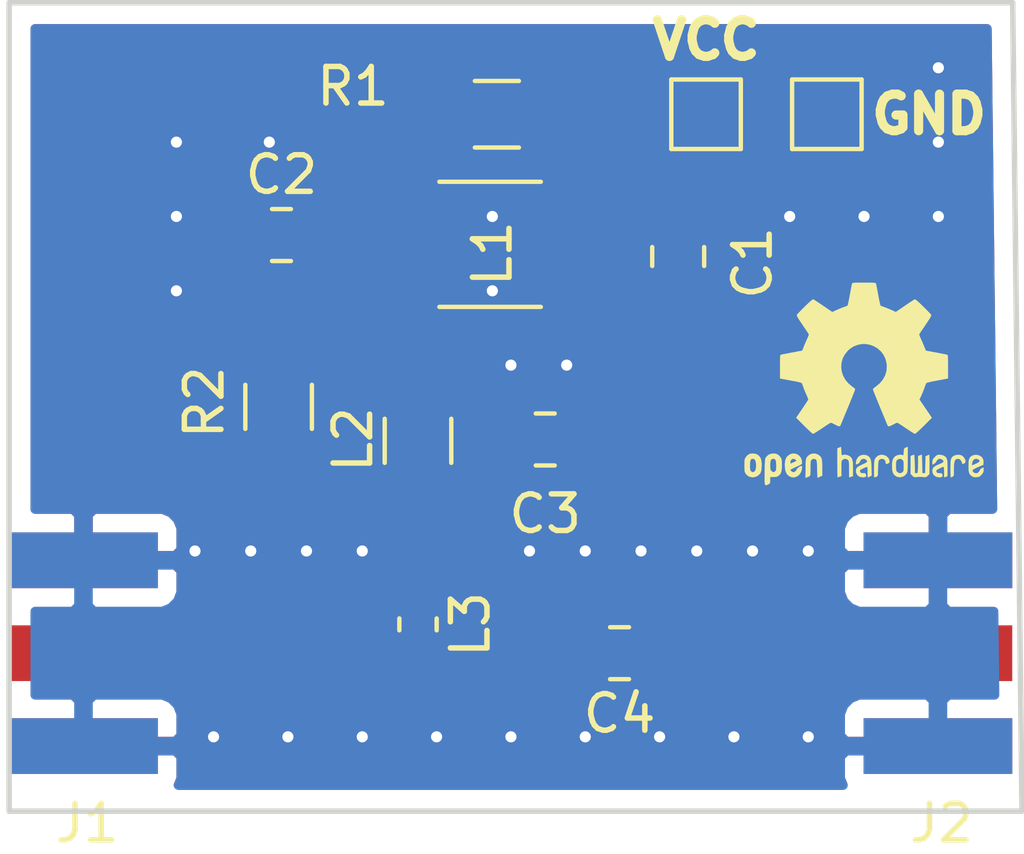
<source format=kicad_pcb>
(kicad_pcb (version 20171130) (host pcbnew 5.0.1)

  (general
    (thickness 1.6)
    (drawings 6)
    (tracks 61)
    (zones 0)
    (modules 14)
    (nets 7)
  )

  (page A4)
  (layers
    (0 F.Cu signal)
    (31 B.Cu signal)
    (32 B.Adhes user)
    (33 F.Adhes user)
    (34 B.Paste user)
    (35 F.Paste user)
    (36 B.SilkS user)
    (37 F.SilkS user)
    (38 B.Mask user)
    (39 F.Mask user)
    (40 Dwgs.User user)
    (41 Cmts.User user)
    (42 Eco1.User user)
    (43 Eco2.User user)
    (44 Edge.Cuts user)
    (45 Margin user)
    (46 B.CrtYd user)
    (47 F.CrtYd user)
    (48 B.Fab user)
    (49 F.Fab user)
  )

  (setup
    (last_trace_width 0.2032)
    (trace_clearance 0.2032)
    (zone_clearance 0.508)
    (zone_45_only no)
    (trace_min 0.2032)
    (segment_width 0.2)
    (edge_width 0.15)
    (via_size 0.6096)
    (via_drill 0.3048)
    (via_min_size 0.6096)
    (via_min_drill 0.3048)
    (uvia_size 0.3)
    (uvia_drill 0.1)
    (uvias_allowed no)
    (uvia_min_size 0.2)
    (uvia_min_drill 0.1)
    (pcb_text_width 0.3)
    (pcb_text_size 1.5 1.5)
    (mod_edge_width 0.15)
    (mod_text_size 1 1)
    (mod_text_width 0.15)
    (pad_size 1.524 1.524)
    (pad_drill 0.762)
    (pad_to_mask_clearance 0.051)
    (solder_mask_min_width 0.25)
    (aux_axis_origin 0 0)
    (grid_origin 131.064 91.44)
    (visible_elements FFFFFF7F)
    (pcbplotparams
      (layerselection 0x010fc_ffffffff)
      (usegerberextensions false)
      (usegerberattributes false)
      (usegerberadvancedattributes false)
      (creategerberjobfile false)
      (excludeedgelayer true)
      (linewidth 0.100000)
      (plotframeref false)
      (viasonmask false)
      (mode 1)
      (useauxorigin false)
      (hpglpennumber 1)
      (hpglpenspeed 20)
      (hpglpendiameter 15.000000)
      (psnegative false)
      (psa4output false)
      (plotreference true)
      (plotvalue false)
      (plotinvisibletext false)
      (padsonsilk false)
      (subtractmaskfromsilk false)
      (outputformat 1)
      (mirror false)
      (drillshape 0)
      (scaleselection 1)
      (outputdirectory "Gerber/"))
  )

  (net 0 "")
  (net 1 "Net-(C1-Pad2)")
  (net 2 GND)
  (net 3 "Net-(C2-Pad2)")
  (net 4 "Net-(C3-Pad2)")
  (net 5 /RF_2)
  (net 6 /RF_1)

  (net_class Default "This is the default net class."
    (clearance 0.2032)
    (trace_width 0.2032)
    (via_dia 0.6096)
    (via_drill 0.3048)
    (uvia_dia 0.3)
    (uvia_drill 0.1)
    (diff_pair_gap 0.2032)
    (diff_pair_width 0.2032)
    (add_net GND)
  )

  (net_class 50Ohm ""
    (clearance 0.37)
    (trace_width 1.8)
    (via_dia 0.6096)
    (via_drill 0.3048)
    (uvia_dia 0.3)
    (uvia_drill 0.1)
    (diff_pair_gap 0.2032)
    (diff_pair_width 0.2032)
    (add_net /RF_1)
    (add_net /RF_2)
  )

  (net_class power ""
    (clearance 0.3)
    (trace_width 0.8)
    (via_dia 0.6096)
    (via_drill 0.3048)
    (uvia_dia 0.3)
    (uvia_drill 0.1)
    (diff_pair_gap 0.2032)
    (diff_pair_width 0.2032)
    (add_net "Net-(C1-Pad2)")
    (add_net "Net-(C2-Pad2)")
    (add_net "Net-(C3-Pad2)")
  )

  (module Capacitor_SMD:C_0805_2012Metric (layer F.Cu) (tedit 5B36C52B) (tstamp 5C1E5300)
    (at 149.352 76.2785 90)
    (descr "Capacitor SMD 0805 (2012 Metric), square (rectangular) end terminal, IPC_7351 nominal, (Body size source: https://docs.google.com/spreadsheets/d/1BsfQQcO9C6DZCsRaXUlFlo91Tg2WpOkGARC1WS5S8t0/edit?usp=sharing), generated with kicad-footprint-generator")
    (tags capacitor)
    (path /5C1E5476)
    (attr smd)
    (fp_text reference C1 (at -0.1755 2.032 90) (layer F.SilkS)
      (effects (font (size 1 1) (thickness 0.15)))
    )
    (fp_text value C (at 0 1.65 90) (layer F.Fab)
      (effects (font (size 1 1) (thickness 0.15)))
    )
    (fp_text user %R (at 0 0 90) (layer F.Fab)
      (effects (font (size 0.5 0.5) (thickness 0.08)))
    )
    (fp_line (start 1.68 0.95) (end -1.68 0.95) (layer F.CrtYd) (width 0.05))
    (fp_line (start 1.68 -0.95) (end 1.68 0.95) (layer F.CrtYd) (width 0.05))
    (fp_line (start -1.68 -0.95) (end 1.68 -0.95) (layer F.CrtYd) (width 0.05))
    (fp_line (start -1.68 0.95) (end -1.68 -0.95) (layer F.CrtYd) (width 0.05))
    (fp_line (start -0.258578 0.71) (end 0.258578 0.71) (layer F.SilkS) (width 0.12))
    (fp_line (start -0.258578 -0.71) (end 0.258578 -0.71) (layer F.SilkS) (width 0.12))
    (fp_line (start 1 0.6) (end -1 0.6) (layer F.Fab) (width 0.1))
    (fp_line (start 1 -0.6) (end 1 0.6) (layer F.Fab) (width 0.1))
    (fp_line (start -1 -0.6) (end 1 -0.6) (layer F.Fab) (width 0.1))
    (fp_line (start -1 0.6) (end -1 -0.6) (layer F.Fab) (width 0.1))
    (pad 2 smd roundrect (at 0.9375 0 90) (size 0.975 1.4) (layers F.Cu F.Paste F.Mask) (roundrect_rratio 0.25)
      (net 1 "Net-(C1-Pad2)"))
    (pad 1 smd roundrect (at -0.9375 0 90) (size 0.975 1.4) (layers F.Cu F.Paste F.Mask) (roundrect_rratio 0.25)
      (net 2 GND))
    (model ${KISYS3DMOD}/Capacitor_SMD.3dshapes/C_0805_2012Metric.wrl
      (at (xyz 0 0 0))
      (scale (xyz 1 1 1))
      (rotate (xyz 0 0 0))
    )
  )

  (module Capacitor_SMD:C_0805_2012Metric (layer F.Cu) (tedit 5B36C52B) (tstamp 5C1E5311)
    (at 138.5085 75.692)
    (descr "Capacitor SMD 0805 (2012 Metric), square (rectangular) end terminal, IPC_7351 nominal, (Body size source: https://docs.google.com/spreadsheets/d/1BsfQQcO9C6DZCsRaXUlFlo91Tg2WpOkGARC1WS5S8t0/edit?usp=sharing), generated with kicad-footprint-generator")
    (tags capacitor)
    (path /5C1E50EB)
    (attr smd)
    (fp_text reference C2 (at 0 -1.65) (layer F.SilkS)
      (effects (font (size 1 1) (thickness 0.15)))
    )
    (fp_text value C (at 0 1.65) (layer F.Fab)
      (effects (font (size 1 1) (thickness 0.15)))
    )
    (fp_line (start -1 0.6) (end -1 -0.6) (layer F.Fab) (width 0.1))
    (fp_line (start -1 -0.6) (end 1 -0.6) (layer F.Fab) (width 0.1))
    (fp_line (start 1 -0.6) (end 1 0.6) (layer F.Fab) (width 0.1))
    (fp_line (start 1 0.6) (end -1 0.6) (layer F.Fab) (width 0.1))
    (fp_line (start -0.258578 -0.71) (end 0.258578 -0.71) (layer F.SilkS) (width 0.12))
    (fp_line (start -0.258578 0.71) (end 0.258578 0.71) (layer F.SilkS) (width 0.12))
    (fp_line (start -1.68 0.95) (end -1.68 -0.95) (layer F.CrtYd) (width 0.05))
    (fp_line (start -1.68 -0.95) (end 1.68 -0.95) (layer F.CrtYd) (width 0.05))
    (fp_line (start 1.68 -0.95) (end 1.68 0.95) (layer F.CrtYd) (width 0.05))
    (fp_line (start 1.68 0.95) (end -1.68 0.95) (layer F.CrtYd) (width 0.05))
    (fp_text user %R (at 0 0) (layer F.Fab)
      (effects (font (size 0.5 0.5) (thickness 0.08)))
    )
    (pad 1 smd roundrect (at -0.9375 0) (size 0.975 1.4) (layers F.Cu F.Paste F.Mask) (roundrect_rratio 0.25)
      (net 2 GND))
    (pad 2 smd roundrect (at 0.9375 0) (size 0.975 1.4) (layers F.Cu F.Paste F.Mask) (roundrect_rratio 0.25)
      (net 3 "Net-(C2-Pad2)"))
    (model ${KISYS3DMOD}/Capacitor_SMD.3dshapes/C_0805_2012Metric.wrl
      (at (xyz 0 0 0))
      (scale (xyz 1 1 1))
      (rotate (xyz 0 0 0))
    )
  )

  (module Capacitor_SMD:C_0805_2012Metric (layer F.Cu) (tedit 5B36C52B) (tstamp 5C1E5322)
    (at 145.7175 81.28 180)
    (descr "Capacitor SMD 0805 (2012 Metric), square (rectangular) end terminal, IPC_7351 nominal, (Body size source: https://docs.google.com/spreadsheets/d/1BsfQQcO9C6DZCsRaXUlFlo91Tg2WpOkGARC1WS5S8t0/edit?usp=sharing), generated with kicad-footprint-generator")
    (tags capacitor)
    (path /5C1E50C3)
    (attr smd)
    (fp_text reference C3 (at 0 -2.032 180) (layer F.SilkS)
      (effects (font (size 1 1) (thickness 0.15)))
    )
    (fp_text value C (at 0 1.65 180) (layer F.Fab)
      (effects (font (size 1 1) (thickness 0.15)))
    )
    (fp_text user %R (at 0 0 180) (layer F.Fab)
      (effects (font (size 0.5 0.5) (thickness 0.08)))
    )
    (fp_line (start 1.68 0.95) (end -1.68 0.95) (layer F.CrtYd) (width 0.05))
    (fp_line (start 1.68 -0.95) (end 1.68 0.95) (layer F.CrtYd) (width 0.05))
    (fp_line (start -1.68 -0.95) (end 1.68 -0.95) (layer F.CrtYd) (width 0.05))
    (fp_line (start -1.68 0.95) (end -1.68 -0.95) (layer F.CrtYd) (width 0.05))
    (fp_line (start -0.258578 0.71) (end 0.258578 0.71) (layer F.SilkS) (width 0.12))
    (fp_line (start -0.258578 -0.71) (end 0.258578 -0.71) (layer F.SilkS) (width 0.12))
    (fp_line (start 1 0.6) (end -1 0.6) (layer F.Fab) (width 0.1))
    (fp_line (start 1 -0.6) (end 1 0.6) (layer F.Fab) (width 0.1))
    (fp_line (start -1 -0.6) (end 1 -0.6) (layer F.Fab) (width 0.1))
    (fp_line (start -1 0.6) (end -1 -0.6) (layer F.Fab) (width 0.1))
    (pad 2 smd roundrect (at 0.9375 0 180) (size 0.975 1.4) (layers F.Cu F.Paste F.Mask) (roundrect_rratio 0.25)
      (net 4 "Net-(C3-Pad2)"))
    (pad 1 smd roundrect (at -0.9375 0 180) (size 0.975 1.4) (layers F.Cu F.Paste F.Mask) (roundrect_rratio 0.25)
      (net 2 GND))
    (model ${KISYS3DMOD}/Capacitor_SMD.3dshapes/C_0805_2012Metric.wrl
      (at (xyz 0 0 0))
      (scale (xyz 1 1 1))
      (rotate (xyz 0 0 0))
    )
  )

  (module Capacitor_SMD:C_0805_2012Metric (layer F.Cu) (tedit 5B36C52B) (tstamp 5C1E5333)
    (at 147.7495 87.122 180)
    (descr "Capacitor SMD 0805 (2012 Metric), square (rectangular) end terminal, IPC_7351 nominal, (Body size source: https://docs.google.com/spreadsheets/d/1BsfQQcO9C6DZCsRaXUlFlo91Tg2WpOkGARC1WS5S8t0/edit?usp=sharing), generated with kicad-footprint-generator")
    (tags capacitor)
    (path /5C1E4E43)
    (attr smd)
    (fp_text reference C4 (at 0 -1.65 180) (layer F.SilkS)
      (effects (font (size 1 1) (thickness 0.15)))
    )
    (fp_text value C (at 0 1.65 180) (layer F.Fab)
      (effects (font (size 1 1) (thickness 0.15)))
    )
    (fp_line (start -1 0.6) (end -1 -0.6) (layer F.Fab) (width 0.1))
    (fp_line (start -1 -0.6) (end 1 -0.6) (layer F.Fab) (width 0.1))
    (fp_line (start 1 -0.6) (end 1 0.6) (layer F.Fab) (width 0.1))
    (fp_line (start 1 0.6) (end -1 0.6) (layer F.Fab) (width 0.1))
    (fp_line (start -0.258578 -0.71) (end 0.258578 -0.71) (layer F.SilkS) (width 0.12))
    (fp_line (start -0.258578 0.71) (end 0.258578 0.71) (layer F.SilkS) (width 0.12))
    (fp_line (start -1.68 0.95) (end -1.68 -0.95) (layer F.CrtYd) (width 0.05))
    (fp_line (start -1.68 -0.95) (end 1.68 -0.95) (layer F.CrtYd) (width 0.05))
    (fp_line (start 1.68 -0.95) (end 1.68 0.95) (layer F.CrtYd) (width 0.05))
    (fp_line (start 1.68 0.95) (end -1.68 0.95) (layer F.CrtYd) (width 0.05))
    (fp_text user %R (at 0 0 180) (layer F.Fab)
      (effects (font (size 0.5 0.5) (thickness 0.08)))
    )
    (pad 1 smd roundrect (at -0.9375 0 180) (size 0.975 1.4) (layers F.Cu F.Paste F.Mask) (roundrect_rratio 0.25)
      (net 5 /RF_2))
    (pad 2 smd roundrect (at 0.9375 0 180) (size 0.975 1.4) (layers F.Cu F.Paste F.Mask) (roundrect_rratio 0.25)
      (net 6 /RF_1))
    (model ${KISYS3DMOD}/Capacitor_SMD.3dshapes/C_0805_2012Metric.wrl
      (at (xyz 0 0 0))
      (scale (xyz 1 1 1))
      (rotate (xyz 0 0 0))
    )
  )

  (module Inductor_SMD:L_1206_3216Metric_Pad1.42x1.75mm_HandSolder (layer F.Cu) (tedit 5B301BBE) (tstamp 5C1E5355)
    (at 142.24 81.3165 270)
    (descr "Capacitor SMD 1206 (3216 Metric), square (rectangular) end terminal, IPC_7351 nominal with elongated pad for handsoldering. (Body size source: http://www.tortai-tech.com/upload/download/2011102023233369053.pdf), generated with kicad-footprint-generator")
    (tags "inductor handsolder")
    (path /5C1E5021)
    (attr smd)
    (fp_text reference L2 (at -0.0365 1.778 270) (layer F.SilkS)
      (effects (font (size 1 1) (thickness 0.15)))
    )
    (fp_text value L (at 0 1.82 270) (layer F.Fab)
      (effects (font (size 1 1) (thickness 0.15)))
    )
    (fp_line (start -1.6 0.8) (end -1.6 -0.8) (layer F.Fab) (width 0.1))
    (fp_line (start -1.6 -0.8) (end 1.6 -0.8) (layer F.Fab) (width 0.1))
    (fp_line (start 1.6 -0.8) (end 1.6 0.8) (layer F.Fab) (width 0.1))
    (fp_line (start 1.6 0.8) (end -1.6 0.8) (layer F.Fab) (width 0.1))
    (fp_line (start -0.602064 -0.91) (end 0.602064 -0.91) (layer F.SilkS) (width 0.12))
    (fp_line (start -0.602064 0.91) (end 0.602064 0.91) (layer F.SilkS) (width 0.12))
    (fp_line (start -2.45 1.12) (end -2.45 -1.12) (layer F.CrtYd) (width 0.05))
    (fp_line (start -2.45 -1.12) (end 2.45 -1.12) (layer F.CrtYd) (width 0.05))
    (fp_line (start 2.45 -1.12) (end 2.45 1.12) (layer F.CrtYd) (width 0.05))
    (fp_line (start 2.45 1.12) (end -2.45 1.12) (layer F.CrtYd) (width 0.05))
    (fp_text user %R (at 0 0 270) (layer F.Fab)
      (effects (font (size 0.8 0.8) (thickness 0.12)))
    )
    (pad 1 smd roundrect (at -1.4875 0 270) (size 1.425 1.75) (layers F.Cu F.Paste F.Mask) (roundrect_rratio 0.175439)
      (net 3 "Net-(C2-Pad2)"))
    (pad 2 smd roundrect (at 1.4875 0 270) (size 1.425 1.75) (layers F.Cu F.Paste F.Mask) (roundrect_rratio 0.175439)
      (net 4 "Net-(C3-Pad2)"))
    (model ${KISYS3DMOD}/Inductor_SMD.3dshapes/L_1206_3216Metric.wrl
      (at (xyz 0 0 0))
      (scale (xyz 1 1 1))
      (rotate (xyz 0 0 0))
    )
  )

  (module Resistor_SMD:R_1206_3216Metric (layer F.Cu) (tedit 5B301BBD) (tstamp 5C1E5377)
    (at 144.396 72.39 180)
    (descr "Resistor SMD 1206 (3216 Metric), square (rectangular) end terminal, IPC_7351 nominal, (Body size source: http://www.tortai-tech.com/upload/download/2011102023233369053.pdf), generated with kicad-footprint-generator")
    (tags resistor)
    (path /5C1E5192)
    (attr smd)
    (fp_text reference R1 (at 3.934 0.762 180) (layer F.SilkS)
      (effects (font (size 1 1) (thickness 0.15)))
    )
    (fp_text value R (at 0 1.82 180) (layer F.Fab)
      (effects (font (size 1 1) (thickness 0.15)))
    )
    (fp_text user %R (at 0 0 180) (layer F.Fab)
      (effects (font (size 0.8 0.8) (thickness 0.12)))
    )
    (fp_line (start 2.28 1.12) (end -2.28 1.12) (layer F.CrtYd) (width 0.05))
    (fp_line (start 2.28 -1.12) (end 2.28 1.12) (layer F.CrtYd) (width 0.05))
    (fp_line (start -2.28 -1.12) (end 2.28 -1.12) (layer F.CrtYd) (width 0.05))
    (fp_line (start -2.28 1.12) (end -2.28 -1.12) (layer F.CrtYd) (width 0.05))
    (fp_line (start -0.602064 0.91) (end 0.602064 0.91) (layer F.SilkS) (width 0.12))
    (fp_line (start -0.602064 -0.91) (end 0.602064 -0.91) (layer F.SilkS) (width 0.12))
    (fp_line (start 1.6 0.8) (end -1.6 0.8) (layer F.Fab) (width 0.1))
    (fp_line (start 1.6 -0.8) (end 1.6 0.8) (layer F.Fab) (width 0.1))
    (fp_line (start -1.6 -0.8) (end 1.6 -0.8) (layer F.Fab) (width 0.1))
    (fp_line (start -1.6 0.8) (end -1.6 -0.8) (layer F.Fab) (width 0.1))
    (pad 2 smd roundrect (at 1.4 0 180) (size 1.25 1.75) (layers F.Cu F.Paste F.Mask) (roundrect_rratio 0.2)
      (net 3 "Net-(C2-Pad2)"))
    (pad 1 smd roundrect (at -1.4 0 180) (size 1.25 1.75) (layers F.Cu F.Paste F.Mask) (roundrect_rratio 0.2)
      (net 1 "Net-(C1-Pad2)"))
    (model ${KISYS3DMOD}/Resistor_SMD.3dshapes/R_1206_3216Metric.wrl
      (at (xyz 0 0 0))
      (scale (xyz 1 1 1))
      (rotate (xyz 0 0 0))
    )
  )

  (module Resistor_SMD:R_1206_3216Metric (layer F.Cu) (tedit 5B301BBD) (tstamp 5C1E5388)
    (at 138.43 80.388 270)
    (descr "Resistor SMD 1206 (3216 Metric), square (rectangular) end terminal, IPC_7351 nominal, (Body size source: http://www.tortai-tech.com/upload/download/2011102023233369053.pdf), generated with kicad-footprint-generator")
    (tags resistor)
    (path /5C1E5146)
    (attr smd)
    (fp_text reference R2 (at -0.124 2.032 270) (layer F.SilkS)
      (effects (font (size 1 1) (thickness 0.15)))
    )
    (fp_text value R (at 0 1.82 270) (layer F.Fab)
      (effects (font (size 1 1) (thickness 0.15)))
    )
    (fp_line (start -1.6 0.8) (end -1.6 -0.8) (layer F.Fab) (width 0.1))
    (fp_line (start -1.6 -0.8) (end 1.6 -0.8) (layer F.Fab) (width 0.1))
    (fp_line (start 1.6 -0.8) (end 1.6 0.8) (layer F.Fab) (width 0.1))
    (fp_line (start 1.6 0.8) (end -1.6 0.8) (layer F.Fab) (width 0.1))
    (fp_line (start -0.602064 -0.91) (end 0.602064 -0.91) (layer F.SilkS) (width 0.12))
    (fp_line (start -0.602064 0.91) (end 0.602064 0.91) (layer F.SilkS) (width 0.12))
    (fp_line (start -2.28 1.12) (end -2.28 -1.12) (layer F.CrtYd) (width 0.05))
    (fp_line (start -2.28 -1.12) (end 2.28 -1.12) (layer F.CrtYd) (width 0.05))
    (fp_line (start 2.28 -1.12) (end 2.28 1.12) (layer F.CrtYd) (width 0.05))
    (fp_line (start 2.28 1.12) (end -2.28 1.12) (layer F.CrtYd) (width 0.05))
    (fp_text user %R (at 0 0 270) (layer F.Fab)
      (effects (font (size 0.8 0.8) (thickness 0.12)))
    )
    (pad 1 smd roundrect (at -1.4 0 270) (size 1.25 1.75) (layers F.Cu F.Paste F.Mask) (roundrect_rratio 0.2)
      (net 3 "Net-(C2-Pad2)"))
    (pad 2 smd roundrect (at 1.4 0 270) (size 1.25 1.75) (layers F.Cu F.Paste F.Mask) (roundrect_rratio 0.2)
      (net 4 "Net-(C3-Pad2)"))
    (model ${KISYS3DMOD}/Resistor_SMD.3dshapes/R_1206_3216Metric.wrl
      (at (xyz 0 0 0))
      (scale (xyz 1 1 1))
      (rotate (xyz 0 0 0))
    )
  )

  (module TestPoint:TestPoint_Pad_1.5x1.5mm (layer F.Cu) (tedit 5C1E51EE) (tstamp 5C1E5396)
    (at 150.114 72.39)
    (descr "SMD rectangular pad as test Point, square 1.5mm side length")
    (tags "test point SMD pad rectangle square")
    (path /5C1E59E1)
    (attr virtual)
    (fp_text reference TP1 (at 0 -1.648) (layer F.SilkS) hide
      (effects (font (size 1 1) (thickness 0.15)))
    )
    (fp_text value TestPoint (at 0 1.75) (layer F.Fab)
      (effects (font (size 1 1) (thickness 0.15)))
    )
    (fp_line (start 1.25 1.25) (end -1.25 1.25) (layer F.CrtYd) (width 0.05))
    (fp_line (start 1.25 1.25) (end 1.25 -1.25) (layer F.CrtYd) (width 0.05))
    (fp_line (start -1.25 -1.25) (end -1.25 1.25) (layer F.CrtYd) (width 0.05))
    (fp_line (start -1.25 -1.25) (end 1.25 -1.25) (layer F.CrtYd) (width 0.05))
    (fp_line (start -0.95 0.95) (end -0.95 -0.95) (layer F.SilkS) (width 0.12))
    (fp_line (start 0.95 0.95) (end -0.95 0.95) (layer F.SilkS) (width 0.12))
    (fp_line (start 0.95 -0.95) (end 0.95 0.95) (layer F.SilkS) (width 0.12))
    (fp_line (start -0.95 -0.95) (end 0.95 -0.95) (layer F.SilkS) (width 0.12))
    (fp_text user %R (at 0 -1.65) (layer F.Fab)
      (effects (font (size 1 1) (thickness 0.15)))
    )
    (pad 1 smd rect (at 0 0) (size 1.5 1.5) (layers F.Cu F.Mask)
      (net 1 "Net-(C1-Pad2)"))
  )

  (module TestPoint:TestPoint_Pad_1.5x1.5mm (layer F.Cu) (tedit 5C1E51F2) (tstamp 5C1E53A4)
    (at 153.416 72.39)
    (descr "SMD rectangular pad as test Point, square 1.5mm side length")
    (tags "test point SMD pad rectangle square")
    (path /5C1E596D)
    (attr virtual)
    (fp_text reference TP2 (at 0 -1.648) (layer F.SilkS) hide
      (effects (font (size 1 1) (thickness 0.15)))
    )
    (fp_text value TestPoint (at 0 1.75) (layer F.Fab)
      (effects (font (size 1 1) (thickness 0.15)))
    )
    (fp_text user %R (at 0 -1.65) (layer F.Fab)
      (effects (font (size 1 1) (thickness 0.15)))
    )
    (fp_line (start -0.95 -0.95) (end 0.95 -0.95) (layer F.SilkS) (width 0.12))
    (fp_line (start 0.95 -0.95) (end 0.95 0.95) (layer F.SilkS) (width 0.12))
    (fp_line (start 0.95 0.95) (end -0.95 0.95) (layer F.SilkS) (width 0.12))
    (fp_line (start -0.95 0.95) (end -0.95 -0.95) (layer F.SilkS) (width 0.12))
    (fp_line (start -1.25 -1.25) (end 1.25 -1.25) (layer F.CrtYd) (width 0.05))
    (fp_line (start -1.25 -1.25) (end -1.25 1.25) (layer F.CrtYd) (width 0.05))
    (fp_line (start 1.25 1.25) (end 1.25 -1.25) (layer F.CrtYd) (width 0.05))
    (fp_line (start 1.25 1.25) (end -1.25 1.25) (layer F.CrtYd) (width 0.05))
    (pad 1 smd rect (at 0 0) (size 1.5 1.5) (layers F.Cu F.Mask)
      (net 2 GND))
  )

  (module RFLego_Footprint:SMA_Edge (layer F.Cu) (tedit 5C1640A8) (tstamp 5C1E5513)
    (at 131.064 87.122)
    (path /5C1E4DB1)
    (fp_text reference J1 (at 2.1336 4.6482) (layer F.SilkS)
      (effects (font (size 1 1) (thickness 0.15)))
    )
    (fp_text value SMA (at 1.27 6.35) (layer F.Fab) hide
      (effects (font (size 1 1) (thickness 0.15)))
    )
    (pad 2 smd rect (at 2.032 2.54) (size 4.064 1.524) (layers F.Cu F.Mask)
      (net 2 GND))
    (pad 2 smd rect (at 2.032 -2.54) (size 4.064 1.524) (layers B.Cu B.Mask)
      (net 2 GND))
    (pad 2 smd rect (at 2.032 2.54) (size 4.064 1.524) (layers B.Cu B.Mask)
      (net 2 GND))
    (pad 2 smd rect (at 2.032 -2.54) (size 4.064 1.524) (layers F.Cu F.Mask)
      (net 2 GND))
    (pad 1 smd rect (at 2.032 0) (size 4.064 1.524) (layers F.Cu F.Mask)
      (net 6 /RF_1))
  )

  (module RFLego_Footprint:SMA_Edge (layer F.Cu) (tedit 5C1640A8) (tstamp 5C1E551C)
    (at 154.42 87.122)
    (path /5C1E4D45)
    (fp_text reference J2 (at 2.1336 4.6482) (layer F.SilkS)
      (effects (font (size 1 1) (thickness 0.15)))
    )
    (fp_text value SMA (at 1.27 6.35) (layer F.Fab) hide
      (effects (font (size 1 1) (thickness 0.15)))
    )
    (pad 1 smd rect (at 2.032 0) (size 4.064 1.524) (layers F.Cu F.Mask)
      (net 5 /RF_2))
    (pad 2 smd rect (at 2.032 -2.54) (size 4.064 1.524) (layers F.Cu F.Mask)
      (net 2 GND))
    (pad 2 smd rect (at 2.032 2.54) (size 4.064 1.524) (layers B.Cu B.Mask)
      (net 2 GND))
    (pad 2 smd rect (at 2.032 -2.54) (size 4.064 1.524) (layers B.Cu B.Mask)
      (net 2 GND))
    (pad 2 smd rect (at 2.032 2.54) (size 4.064 1.524) (layers F.Cu F.Mask)
      (net 2 GND))
  )

  (module Inductor_SMD:L_1812_4532Metric_Pad1.30x3.40mm_HandSolder (layer F.Cu) (tedit 5B301BBE) (tstamp 5C1E5170)
    (at 144.211 75.946 180)
    (descr "Capacitor SMD 1812 (4532 Metric), square (rectangular) end terminal, IPC_7351 nominal with elongated pad for handsoldering. (Body size source: https://www.nikhef.nl/pub/departments/mt/projects/detectorR_D/dtddice/ERJ2G.pdf), generated with kicad-footprint-generator")
    (tags "inductor handsolder")
    (path /5C1E509B)
    (attr smd)
    (fp_text reference L1 (at -0.061 -0.254 270) (layer F.SilkS)
      (effects (font (size 1 1) (thickness 0.15)))
    )
    (fp_text value L (at 0 2.65 180) (layer F.Fab)
      (effects (font (size 1 1) (thickness 0.15)))
    )
    (fp_line (start -2.25 1.6) (end -2.25 -1.6) (layer F.Fab) (width 0.1))
    (fp_line (start -2.25 -1.6) (end 2.25 -1.6) (layer F.Fab) (width 0.1))
    (fp_line (start 2.25 -1.6) (end 2.25 1.6) (layer F.Fab) (width 0.1))
    (fp_line (start 2.25 1.6) (end -2.25 1.6) (layer F.Fab) (width 0.1))
    (fp_line (start -1.386252 -1.71) (end 1.386252 -1.71) (layer F.SilkS) (width 0.12))
    (fp_line (start -1.386252 1.71) (end 1.386252 1.71) (layer F.SilkS) (width 0.12))
    (fp_line (start -3.12 1.95) (end -3.12 -1.95) (layer F.CrtYd) (width 0.05))
    (fp_line (start -3.12 -1.95) (end 3.12 -1.95) (layer F.CrtYd) (width 0.05))
    (fp_line (start 3.12 -1.95) (end 3.12 1.95) (layer F.CrtYd) (width 0.05))
    (fp_line (start 3.12 1.95) (end -3.12 1.95) (layer F.CrtYd) (width 0.05))
    (fp_text user %R (at 0 0 180) (layer F.Fab)
      (effects (font (size 1 1) (thickness 0.15)))
    )
    (pad 1 smd roundrect (at -2.225 0 180) (size 1.3 3.4) (layers F.Cu F.Paste F.Mask) (roundrect_rratio 0.192308)
      (net 1 "Net-(C1-Pad2)"))
    (pad 2 smd roundrect (at 2.225 0 180) (size 1.3 3.4) (layers F.Cu F.Paste F.Mask) (roundrect_rratio 0.192308)
      (net 3 "Net-(C2-Pad2)"))
    (model ${KISYS3DMOD}/Inductor_SMD.3dshapes/L_1812_4532Metric.wrl
      (at (xyz 0 0 0))
      (scale (xyz 1 1 1))
      (rotate (xyz 0 0 0))
    )
  )

  (module Inductor_SMD:L_0603_1608Metric (layer F.Cu) (tedit 5B301BBE) (tstamp 5C1E5180)
    (at 142.24 86.3345 270)
    (descr "Inductor SMD 0603 (1608 Metric), square (rectangular) end terminal, IPC_7351 nominal, (Body size source: http://www.tortai-tech.com/upload/download/2011102023233369053.pdf), generated with kicad-footprint-generator")
    (tags inductor)
    (path /5C1E4F0B)
    (attr smd)
    (fp_text reference L3 (at 0 -1.43 270) (layer F.SilkS)
      (effects (font (size 1 1) (thickness 0.15)))
    )
    (fp_text value L (at 0 1.43 270) (layer F.Fab)
      (effects (font (size 1 1) (thickness 0.15)))
    )
    (fp_line (start -0.8 0.4) (end -0.8 -0.4) (layer F.Fab) (width 0.1))
    (fp_line (start -0.8 -0.4) (end 0.8 -0.4) (layer F.Fab) (width 0.1))
    (fp_line (start 0.8 -0.4) (end 0.8 0.4) (layer F.Fab) (width 0.1))
    (fp_line (start 0.8 0.4) (end -0.8 0.4) (layer F.Fab) (width 0.1))
    (fp_line (start -0.162779 -0.51) (end 0.162779 -0.51) (layer F.SilkS) (width 0.12))
    (fp_line (start -0.162779 0.51) (end 0.162779 0.51) (layer F.SilkS) (width 0.12))
    (fp_line (start -1.48 0.73) (end -1.48 -0.73) (layer F.CrtYd) (width 0.05))
    (fp_line (start -1.48 -0.73) (end 1.48 -0.73) (layer F.CrtYd) (width 0.05))
    (fp_line (start 1.48 -0.73) (end 1.48 0.73) (layer F.CrtYd) (width 0.05))
    (fp_line (start 1.48 0.73) (end -1.48 0.73) (layer F.CrtYd) (width 0.05))
    (fp_text user %R (at 0 0 270) (layer F.Fab)
      (effects (font (size 0.4 0.4) (thickness 0.06)))
    )
    (pad 1 smd roundrect (at -0.7875 0 270) (size 0.875 0.95) (layers F.Cu F.Paste F.Mask) (roundrect_rratio 0.25)
      (net 4 "Net-(C3-Pad2)"))
    (pad 2 smd roundrect (at 0.7875 0 270) (size 0.875 0.95) (layers F.Cu F.Paste F.Mask) (roundrect_rratio 0.25)
      (net 6 /RF_1))
    (model ${KISYS3DMOD}/Inductor_SMD.3dshapes/L_0603_1608Metric.wrl
      (at (xyz 0 0 0))
      (scale (xyz 1 1 1))
      (rotate (xyz 0 0 0))
    )
  )

  (module Symbol:OSHW-Logo2_7.3x6mm_SilkScreen (layer F.Cu) (tedit 0) (tstamp 5C1E8148)
    (at 154.432 79.756)
    (descr "Open Source Hardware Symbol")
    (tags "Logo Symbol OSHW")
    (attr virtual)
    (fp_text reference REF** (at 0 0) (layer F.SilkS) hide
      (effects (font (size 1 1) (thickness 0.15)))
    )
    (fp_text value OSHW-Logo2_7.3x6mm_SilkScreen (at 0.75 0) (layer F.Fab) hide
      (effects (font (size 1 1) (thickness 0.15)))
    )
    (fp_poly (pts (xy 0.10391 -2.757652) (xy 0.182454 -2.757222) (xy 0.239298 -2.756058) (xy 0.278105 -2.753793)
      (xy 0.302538 -2.75006) (xy 0.316262 -2.744494) (xy 0.32294 -2.736727) (xy 0.326236 -2.726395)
      (xy 0.326556 -2.725057) (xy 0.331562 -2.700921) (xy 0.340829 -2.653299) (xy 0.353392 -2.587259)
      (xy 0.368287 -2.507872) (xy 0.384551 -2.420204) (xy 0.385119 -2.417125) (xy 0.40141 -2.331211)
      (xy 0.416652 -2.255304) (xy 0.429861 -2.193955) (xy 0.440054 -2.151718) (xy 0.446248 -2.133145)
      (xy 0.446543 -2.132816) (xy 0.464788 -2.123747) (xy 0.502405 -2.108633) (xy 0.551271 -2.090738)
      (xy 0.551543 -2.090642) (xy 0.613093 -2.067507) (xy 0.685657 -2.038035) (xy 0.754057 -2.008403)
      (xy 0.757294 -2.006938) (xy 0.868702 -1.956374) (xy 1.115399 -2.12484) (xy 1.191077 -2.176197)
      (xy 1.259631 -2.222111) (xy 1.317088 -2.25997) (xy 1.359476 -2.287163) (xy 1.382825 -2.301079)
      (xy 1.385042 -2.302111) (xy 1.40201 -2.297516) (xy 1.433701 -2.275345) (xy 1.481352 -2.234553)
      (xy 1.546198 -2.174095) (xy 1.612397 -2.109773) (xy 1.676214 -2.046388) (xy 1.733329 -1.988549)
      (xy 1.780305 -1.939825) (xy 1.813703 -1.90379) (xy 1.830085 -1.884016) (xy 1.830694 -1.882998)
      (xy 1.832505 -1.869428) (xy 1.825683 -1.847267) (xy 1.80854 -1.813522) (xy 1.779393 -1.7652)
      (xy 1.736555 -1.699308) (xy 1.679448 -1.614483) (xy 1.628766 -1.539823) (xy 1.583461 -1.47286)
      (xy 1.54615 -1.417484) (xy 1.519452 -1.37758) (xy 1.505985 -1.357038) (xy 1.505137 -1.355644)
      (xy 1.506781 -1.335962) (xy 1.519245 -1.297707) (xy 1.540048 -1.248111) (xy 1.547462 -1.232272)
      (xy 1.579814 -1.16171) (xy 1.614328 -1.081647) (xy 1.642365 -1.012371) (xy 1.662568 -0.960955)
      (xy 1.678615 -0.921881) (xy 1.687888 -0.901459) (xy 1.689041 -0.899886) (xy 1.706096 -0.897279)
      (xy 1.746298 -0.890137) (xy 1.804302 -0.879477) (xy 1.874763 -0.866315) (xy 1.952335 -0.851667)
      (xy 2.031672 -0.836551) (xy 2.107431 -0.821982) (xy 2.174264 -0.808978) (xy 2.226828 -0.798555)
      (xy 2.259776 -0.79173) (xy 2.267857 -0.789801) (xy 2.276205 -0.785038) (xy 2.282506 -0.774282)
      (xy 2.287045 -0.753902) (xy 2.290104 -0.720266) (xy 2.291967 -0.669745) (xy 2.292918 -0.598708)
      (xy 2.29324 -0.503524) (xy 2.293257 -0.464508) (xy 2.293257 -0.147201) (xy 2.217057 -0.132161)
      (xy 2.174663 -0.124005) (xy 2.1114 -0.112101) (xy 2.034962 -0.097884) (xy 1.953043 -0.08279)
      (xy 1.9304 -0.078645) (xy 1.854806 -0.063947) (xy 1.788953 -0.049495) (xy 1.738366 -0.036625)
      (xy 1.708574 -0.026678) (xy 1.703612 -0.023713) (xy 1.691426 -0.002717) (xy 1.673953 0.037967)
      (xy 1.654577 0.090322) (xy 1.650734 0.1016) (xy 1.625339 0.171523) (xy 1.593817 0.250418)
      (xy 1.562969 0.321266) (xy 1.562817 0.321595) (xy 1.511447 0.432733) (xy 1.680399 0.681253)
      (xy 1.849352 0.929772) (xy 1.632429 1.147058) (xy 1.566819 1.211726) (xy 1.506979 1.268733)
      (xy 1.456267 1.315033) (xy 1.418046 1.347584) (xy 1.395675 1.363343) (xy 1.392466 1.364343)
      (xy 1.373626 1.356469) (xy 1.33518 1.334578) (xy 1.28133 1.301267) (xy 1.216276 1.259131)
      (xy 1.14594 1.211943) (xy 1.074555 1.16381) (xy 1.010908 1.121928) (xy 0.959041 1.088871)
      (xy 0.922995 1.067218) (xy 0.906867 1.059543) (xy 0.887189 1.066037) (xy 0.849875 1.08315)
      (xy 0.802621 1.107326) (xy 0.797612 1.110013) (xy 0.733977 1.141927) (xy 0.690341 1.157579)
      (xy 0.663202 1.157745) (xy 0.649057 1.143204) (xy 0.648975 1.143) (xy 0.641905 1.125779)
      (xy 0.625042 1.084899) (xy 0.599695 1.023525) (xy 0.567171 0.944819) (xy 0.528778 0.851947)
      (xy 0.485822 0.748072) (xy 0.444222 0.647502) (xy 0.398504 0.536516) (xy 0.356526 0.433703)
      (xy 0.319548 0.342215) (xy 0.288827 0.265201) (xy 0.265622 0.205815) (xy 0.25119 0.167209)
      (xy 0.246743 0.1528) (xy 0.257896 0.136272) (xy 0.287069 0.10993) (xy 0.325971 0.080887)
      (xy 0.436757 -0.010961) (xy 0.523351 -0.116241) (xy 0.584716 -0.232734) (xy 0.619815 -0.358224)
      (xy 0.627608 -0.490493) (xy 0.621943 -0.551543) (xy 0.591078 -0.678205) (xy 0.53792 -0.790059)
      (xy 0.465767 -0.885999) (xy 0.377917 -0.964924) (xy 0.277665 -1.02573) (xy 0.16831 -1.067313)
      (xy 0.053147 -1.088572) (xy -0.064525 -1.088401) (xy -0.18141 -1.065699) (xy -0.294211 -1.019362)
      (xy -0.399631 -0.948287) (xy -0.443632 -0.908089) (xy -0.528021 -0.804871) (xy -0.586778 -0.692075)
      (xy -0.620296 -0.57299) (xy -0.628965 -0.450905) (xy -0.613177 -0.329107) (xy -0.573322 -0.210884)
      (xy -0.509793 -0.099525) (xy -0.422979 0.001684) (xy -0.325971 0.080887) (xy -0.285563 0.111162)
      (xy -0.257018 0.137219) (xy -0.246743 0.152825) (xy -0.252123 0.169843) (xy -0.267425 0.2105)
      (xy -0.291388 0.271642) (xy -0.322756 0.350119) (xy -0.360268 0.44278) (xy -0.402667 0.546472)
      (xy -0.444337 0.647526) (xy -0.49031 0.758607) (xy -0.532893 0.861541) (xy -0.570779 0.953165)
      (xy -0.60266 1.030316) (xy -0.627229 1.089831) (xy -0.64318 1.128544) (xy -0.64909 1.143)
      (xy -0.663052 1.157685) (xy -0.69006 1.157642) (xy -0.733587 1.142099) (xy -0.79711 1.110284)
      (xy -0.797612 1.110013) (xy -0.84544 1.085323) (xy -0.884103 1.067338) (xy -0.905905 1.059614)
      (xy -0.906867 1.059543) (xy -0.923279 1.067378) (xy -0.959513 1.089165) (xy -1.011526 1.122328)
      (xy -1.075275 1.164291) (xy -1.14594 1.211943) (xy -1.217884 1.260191) (xy -1.282726 1.302151)
      (xy -1.336265 1.335227) (xy -1.374303 1.356821) (xy -1.392467 1.364343) (xy -1.409192 1.354457)
      (xy -1.44282 1.326826) (xy -1.48999 1.284495) (xy -1.547342 1.230505) (xy -1.611516 1.167899)
      (xy -1.632503 1.146983) (xy -1.849501 0.929623) (xy -1.684332 0.68722) (xy -1.634136 0.612781)
      (xy -1.590081 0.545972) (xy -1.554638 0.490665) (xy -1.530281 0.450729) (xy -1.519478 0.430036)
      (xy -1.519162 0.428563) (xy -1.524857 0.409058) (xy -1.540174 0.369822) (xy -1.562463 0.31743)
      (xy -1.578107 0.282355) (xy -1.607359 0.215201) (xy -1.634906 0.147358) (xy -1.656263 0.090034)
      (xy -1.662065 0.072572) (xy -1.678548 0.025938) (xy -1.69466 -0.010095) (xy -1.70351 -0.023713)
      (xy -1.72304 -0.032048) (xy -1.765666 -0.043863) (xy -1.825855 -0.057819) (xy -1.898078 -0.072578)
      (xy -1.9304 -0.078645) (xy -2.012478 -0.093727) (xy -2.091205 -0.108331) (xy -2.158891 -0.12102)
      (xy -2.20784 -0.130358) (xy -2.217057 -0.132161) (xy -2.293257 -0.147201) (xy -2.293257 -0.464508)
      (xy -2.293086 -0.568846) (xy -2.292384 -0.647787) (xy -2.290866 -0.704962) (xy -2.288251 -0.744001)
      (xy -2.284254 -0.768535) (xy -2.278591 -0.782195) (xy -2.27098 -0.788611) (xy -2.267857 -0.789801)
      (xy -2.249022 -0.79402) (xy -2.207412 -0.802438) (xy -2.14837 -0.814039) (xy -2.077243 -0.827805)
      (xy -1.999375 -0.84272) (xy -1.920113 -0.857768) (xy -1.844802 -0.871931) (xy -1.778787 -0.884194)
      (xy -1.727413 -0.893539) (xy -1.696025 -0.89895) (xy -1.689041 -0.899886) (xy -1.682715 -0.912404)
      (xy -1.66871 -0.945754) (xy -1.649645 -0.993623) (xy -1.642366 -1.012371) (xy -1.613004 -1.084805)
      (xy -1.578429 -1.16483) (xy -1.547463 -1.232272) (xy -1.524677 -1.283841) (xy -1.509518 -1.326215)
      (xy -1.504458 -1.352166) (xy -1.505264 -1.355644) (xy -1.515959 -1.372064) (xy -1.54038 -1.408583)
      (xy -1.575905 -1.461313) (xy -1.619913 -1.526365) (xy -1.669783 -1.599849) (xy -1.679644 -1.614355)
      (xy -1.737508 -1.700296) (xy -1.780044 -1.765739) (xy -1.808946 -1.813696) (xy -1.82591 -1.84718)
      (xy -1.832633 -1.869205) (xy -1.83081 -1.882783) (xy -1.830764 -1.882869) (xy -1.816414 -1.900703)
      (xy -1.784677 -1.935183) (xy -1.73899 -1.982732) (xy -1.682796 -2.039778) (xy -1.619532 -2.102745)
      (xy -1.612398 -2.109773) (xy -1.53267 -2.18698) (xy -1.471143 -2.24367) (xy -1.426579 -2.28089)
      (xy -1.397743 -2.299685) (xy -1.385042 -2.302111) (xy -1.366506 -2.291529) (xy -1.328039 -2.267084)
      (xy -1.273614 -2.231388) (xy -1.207202 -2.187053) (xy -1.132775 -2.136689) (xy -1.115399 -2.12484)
      (xy -0.868703 -1.956374) (xy -0.757294 -2.006938) (xy -0.689543 -2.036405) (xy -0.616817 -2.066041)
      (xy -0.554297 -2.08967) (xy -0.551543 -2.090642) (xy -0.50264 -2.108543) (xy -0.464943 -2.12368)
      (xy -0.446575 -2.13279) (xy -0.446544 -2.132816) (xy -0.440715 -2.149283) (xy -0.430808 -2.189781)
      (xy -0.417805 -2.249758) (xy -0.402691 -2.32466) (xy -0.386448 -2.409936) (xy -0.385119 -2.417125)
      (xy -0.368825 -2.504986) (xy -0.353867 -2.58474) (xy -0.341209 -2.651319) (xy -0.331814 -2.699653)
      (xy -0.326646 -2.724675) (xy -0.326556 -2.725057) (xy -0.323411 -2.735701) (xy -0.317296 -2.743738)
      (xy -0.304547 -2.749533) (xy -0.2815 -2.753453) (xy -0.244491 -2.755865) (xy -0.189856 -2.757135)
      (xy -0.113933 -2.757629) (xy -0.013056 -2.757714) (xy 0 -2.757714) (xy 0.10391 -2.757652)) (layer F.SilkS) (width 0.01))
    (fp_poly (pts (xy 3.153595 1.966966) (xy 3.211021 2.004497) (xy 3.238719 2.038096) (xy 3.260662 2.099064)
      (xy 3.262405 2.147308) (xy 3.258457 2.211816) (xy 3.109686 2.276934) (xy 3.037349 2.310202)
      (xy 2.990084 2.336964) (xy 2.965507 2.360144) (xy 2.961237 2.382667) (xy 2.974889 2.407455)
      (xy 2.989943 2.423886) (xy 3.033746 2.450235) (xy 3.081389 2.452081) (xy 3.125145 2.431546)
      (xy 3.157289 2.390752) (xy 3.163038 2.376347) (xy 3.190576 2.331356) (xy 3.222258 2.312182)
      (xy 3.265714 2.295779) (xy 3.265714 2.357966) (xy 3.261872 2.400283) (xy 3.246823 2.435969)
      (xy 3.21528 2.476943) (xy 3.210592 2.482267) (xy 3.175506 2.51872) (xy 3.145347 2.538283)
      (xy 3.107615 2.547283) (xy 3.076335 2.55023) (xy 3.020385 2.550965) (xy 2.980555 2.54166)
      (xy 2.955708 2.527846) (xy 2.916656 2.497467) (xy 2.889625 2.464613) (xy 2.872517 2.423294)
      (xy 2.863238 2.367521) (xy 2.859693 2.291305) (xy 2.85941 2.252622) (xy 2.860372 2.206247)
      (xy 2.948007 2.206247) (xy 2.949023 2.231126) (xy 2.951556 2.2352) (xy 2.968274 2.229665)
      (xy 3.004249 2.215017) (xy 3.052331 2.19419) (xy 3.062386 2.189714) (xy 3.123152 2.158814)
      (xy 3.156632 2.131657) (xy 3.16399 2.10622) (xy 3.146391 2.080481) (xy 3.131856 2.069109)
      (xy 3.07941 2.046364) (xy 3.030322 2.050122) (xy 2.989227 2.077884) (xy 2.960758 2.127152)
      (xy 2.951631 2.166257) (xy 2.948007 2.206247) (xy 2.860372 2.206247) (xy 2.861285 2.162249)
      (xy 2.868196 2.095384) (xy 2.881884 2.046695) (xy 2.904096 2.010849) (xy 2.936574 1.982513)
      (xy 2.950733 1.973355) (xy 3.015053 1.949507) (xy 3.085473 1.948006) (xy 3.153595 1.966966)) (layer F.SilkS) (width 0.01))
    (fp_poly (pts (xy 2.6526 1.958752) (xy 2.669948 1.966334) (xy 2.711356 1.999128) (xy 2.746765 2.046547)
      (xy 2.768664 2.097151) (xy 2.772229 2.122098) (xy 2.760279 2.156927) (xy 2.734067 2.175357)
      (xy 2.705964 2.186516) (xy 2.693095 2.188572) (xy 2.686829 2.173649) (xy 2.674456 2.141175)
      (xy 2.669028 2.126502) (xy 2.63859 2.075744) (xy 2.59452 2.050427) (xy 2.53801 2.051206)
      (xy 2.533825 2.052203) (xy 2.503655 2.066507) (xy 2.481476 2.094393) (xy 2.466327 2.139287)
      (xy 2.45725 2.204615) (xy 2.453286 2.293804) (xy 2.452914 2.341261) (xy 2.45273 2.416071)
      (xy 2.451522 2.467069) (xy 2.448309 2.499471) (xy 2.442109 2.518495) (xy 2.43194 2.529356)
      (xy 2.416819 2.537272) (xy 2.415946 2.53767) (xy 2.386828 2.549981) (xy 2.372403 2.554514)
      (xy 2.370186 2.540809) (xy 2.368289 2.502925) (xy 2.366847 2.445715) (xy 2.365998 2.374027)
      (xy 2.365829 2.321565) (xy 2.366692 2.220047) (xy 2.37007 2.143032) (xy 2.377142 2.086023)
      (xy 2.389088 2.044526) (xy 2.40709 2.014043) (xy 2.432327 1.99008) (xy 2.457247 1.973355)
      (xy 2.517171 1.951097) (xy 2.586911 1.946076) (xy 2.6526 1.958752)) (layer F.SilkS) (width 0.01))
    (fp_poly (pts (xy 2.144876 1.956335) (xy 2.186667 1.975344) (xy 2.219469 1.998378) (xy 2.243503 2.024133)
      (xy 2.260097 2.057358) (xy 2.270577 2.1028) (xy 2.276271 2.165207) (xy 2.278507 2.249327)
      (xy 2.278743 2.304721) (xy 2.278743 2.520826) (xy 2.241774 2.53767) (xy 2.212656 2.549981)
      (xy 2.198231 2.554514) (xy 2.195472 2.541025) (xy 2.193282 2.504653) (xy 2.191942 2.451542)
      (xy 2.191657 2.409372) (xy 2.190434 2.348447) (xy 2.187136 2.300115) (xy 2.182321 2.270518)
      (xy 2.178496 2.264229) (xy 2.152783 2.270652) (xy 2.112418 2.287125) (xy 2.065679 2.309458)
      (xy 2.020845 2.333457) (xy 1.986193 2.35493) (xy 1.970002 2.369685) (xy 1.969938 2.369845)
      (xy 1.97133 2.397152) (xy 1.983818 2.423219) (xy 2.005743 2.444392) (xy 2.037743 2.451474)
      (xy 2.065092 2.450649) (xy 2.103826 2.450042) (xy 2.124158 2.459116) (xy 2.136369 2.483092)
      (xy 2.137909 2.487613) (xy 2.143203 2.521806) (xy 2.129047 2.542568) (xy 2.092148 2.552462)
      (xy 2.052289 2.554292) (xy 1.980562 2.540727) (xy 1.943432 2.521355) (xy 1.897576 2.475845)
      (xy 1.873256 2.419983) (xy 1.871073 2.360957) (xy 1.891629 2.305953) (xy 1.922549 2.271486)
      (xy 1.95342 2.252189) (xy 2.001942 2.227759) (xy 2.058485 2.202985) (xy 2.06791 2.199199)
      (xy 2.130019 2.171791) (xy 2.165822 2.147634) (xy 2.177337 2.123619) (xy 2.16658 2.096635)
      (xy 2.148114 2.075543) (xy 2.104469 2.049572) (xy 2.056446 2.047624) (xy 2.012406 2.067637)
      (xy 1.980709 2.107551) (xy 1.976549 2.117848) (xy 1.952327 2.155724) (xy 1.916965 2.183842)
      (xy 1.872343 2.206917) (xy 1.872343 2.141485) (xy 1.874969 2.101506) (xy 1.88623 2.069997)
      (xy 1.911199 2.036378) (xy 1.935169 2.010484) (xy 1.972441 1.973817) (xy 2.001401 1.954121)
      (xy 2.032505 1.94622) (xy 2.067713 1.944914) (xy 2.144876 1.956335)) (layer F.SilkS) (width 0.01))
    (fp_poly (pts (xy 1.779833 1.958663) (xy 1.782048 1.99685) (xy 1.783784 2.054886) (xy 1.784899 2.12818)
      (xy 1.785257 2.205055) (xy 1.785257 2.465196) (xy 1.739326 2.511127) (xy 1.707675 2.539429)
      (xy 1.67989 2.550893) (xy 1.641915 2.550168) (xy 1.62684 2.548321) (xy 1.579726 2.542948)
      (xy 1.540756 2.539869) (xy 1.531257 2.539585) (xy 1.499233 2.541445) (xy 1.453432 2.546114)
      (xy 1.435674 2.548321) (xy 1.392057 2.551735) (xy 1.362745 2.54432) (xy 1.33368 2.521427)
      (xy 1.323188 2.511127) (xy 1.277257 2.465196) (xy 1.277257 1.978602) (xy 1.314226 1.961758)
      (xy 1.346059 1.949282) (xy 1.364683 1.944914) (xy 1.369458 1.958718) (xy 1.373921 1.997286)
      (xy 1.377775 2.056356) (xy 1.380722 2.131663) (xy 1.382143 2.195286) (xy 1.386114 2.445657)
      (xy 1.420759 2.450556) (xy 1.452268 2.447131) (xy 1.467708 2.436041) (xy 1.472023 2.415308)
      (xy 1.475708 2.371145) (xy 1.478469 2.309146) (xy 1.480012 2.234909) (xy 1.480235 2.196706)
      (xy 1.480457 1.976783) (xy 1.526166 1.960849) (xy 1.558518 1.950015) (xy 1.576115 1.944962)
      (xy 1.576623 1.944914) (xy 1.578388 1.958648) (xy 1.580329 1.99673) (xy 1.582282 2.054482)
      (xy 1.584084 2.127227) (xy 1.585343 2.195286) (xy 1.589314 2.445657) (xy 1.6764 2.445657)
      (xy 1.680396 2.21724) (xy 1.684392 1.988822) (xy 1.726847 1.966868) (xy 1.758192 1.951793)
      (xy 1.776744 1.944951) (xy 1.777279 1.944914) (xy 1.779833 1.958663)) (layer F.SilkS) (width 0.01))
    (fp_poly (pts (xy 1.190117 2.065358) (xy 1.189933 2.173837) (xy 1.189219 2.257287) (xy 1.187675 2.319704)
      (xy 1.185001 2.365085) (xy 1.180894 2.397429) (xy 1.175055 2.420733) (xy 1.167182 2.438995)
      (xy 1.161221 2.449418) (xy 1.111855 2.505945) (xy 1.049264 2.541377) (xy 0.980013 2.55409)
      (xy 0.910668 2.542463) (xy 0.869375 2.521568) (xy 0.826025 2.485422) (xy 0.796481 2.441276)
      (xy 0.778655 2.383462) (xy 0.770463 2.306313) (xy 0.769302 2.249714) (xy 0.769458 2.245647)
      (xy 0.870857 2.245647) (xy 0.871476 2.31055) (xy 0.874314 2.353514) (xy 0.88084 2.381622)
      (xy 0.892523 2.401953) (xy 0.906483 2.417288) (xy 0.953365 2.44689) (xy 1.003701 2.449419)
      (xy 1.051276 2.424705) (xy 1.054979 2.421356) (xy 1.070783 2.403935) (xy 1.080693 2.383209)
      (xy 1.086058 2.352362) (xy 1.088228 2.304577) (xy 1.088571 2.251748) (xy 1.087827 2.185381)
      (xy 1.084748 2.141106) (xy 1.078061 2.112009) (xy 1.066496 2.091173) (xy 1.057013 2.080107)
      (xy 1.01296 2.052198) (xy 0.962224 2.048843) (xy 0.913796 2.070159) (xy 0.90445 2.078073)
      (xy 0.88854 2.095647) (xy 0.87861 2.116587) (xy 0.873278 2.147782) (xy 0.871163 2.196122)
      (xy 0.870857 2.245647) (xy 0.769458 2.245647) (xy 0.77281 2.158568) (xy 0.784726 2.090086)
      (xy 0.807135 2.0386) (xy 0.842124 1.998443) (xy 0.869375 1.977861) (xy 0.918907 1.955625)
      (xy 0.976316 1.945304) (xy 1.029682 1.948067) (xy 1.059543 1.959212) (xy 1.071261 1.962383)
      (xy 1.079037 1.950557) (xy 1.084465 1.918866) (xy 1.088571 1.870593) (xy 1.093067 1.816829)
      (xy 1.099313 1.784482) (xy 1.110676 1.765985) (xy 1.130528 1.75377) (xy 1.143 1.748362)
      (xy 1.190171 1.728601) (xy 1.190117 2.065358)) (layer F.SilkS) (width 0.01))
    (fp_poly (pts (xy 0.529926 1.949755) (xy 0.595858 1.974084) (xy 0.649273 2.017117) (xy 0.670164 2.047409)
      (xy 0.692939 2.102994) (xy 0.692466 2.143186) (xy 0.668562 2.170217) (xy 0.659717 2.174813)
      (xy 0.62153 2.189144) (xy 0.602028 2.185472) (xy 0.595422 2.161407) (xy 0.595086 2.148114)
      (xy 0.582992 2.09921) (xy 0.551471 2.064999) (xy 0.507659 2.048476) (xy 0.458695 2.052634)
      (xy 0.418894 2.074227) (xy 0.40545 2.086544) (xy 0.395921 2.101487) (xy 0.389485 2.124075)
      (xy 0.385317 2.159328) (xy 0.382597 2.212266) (xy 0.380502 2.287907) (xy 0.37996 2.311857)
      (xy 0.377981 2.39379) (xy 0.375731 2.451455) (xy 0.372357 2.489608) (xy 0.367006 2.513004)
      (xy 0.358824 2.526398) (xy 0.346959 2.534545) (xy 0.339362 2.538144) (xy 0.307102 2.550452)
      (xy 0.288111 2.554514) (xy 0.281836 2.540948) (xy 0.278006 2.499934) (xy 0.2766 2.430999)
      (xy 0.277598 2.333669) (xy 0.277908 2.318657) (xy 0.280101 2.229859) (xy 0.282693 2.165019)
      (xy 0.286382 2.119067) (xy 0.291864 2.086935) (xy 0.299835 2.063553) (xy 0.310993 2.043852)
      (xy 0.31683 2.03541) (xy 0.350296 1.998057) (xy 0.387727 1.969003) (xy 0.392309 1.966467)
      (xy 0.459426 1.946443) (xy 0.529926 1.949755)) (layer F.SilkS) (width 0.01))
    (fp_poly (pts (xy 0.039744 1.950968) (xy 0.096616 1.972087) (xy 0.097267 1.972493) (xy 0.13244 1.99838)
      (xy 0.158407 2.028633) (xy 0.17667 2.068058) (xy 0.188732 2.121462) (xy 0.196096 2.193651)
      (xy 0.200264 2.289432) (xy 0.200629 2.303078) (xy 0.205876 2.508842) (xy 0.161716 2.531678)
      (xy 0.129763 2.54711) (xy 0.11047 2.554423) (xy 0.109578 2.554514) (xy 0.106239 2.541022)
      (xy 0.103587 2.504626) (xy 0.101956 2.451452) (xy 0.1016 2.408393) (xy 0.101592 2.338641)
      (xy 0.098403 2.294837) (xy 0.087288 2.273944) (xy 0.063501 2.272925) (xy 0.022296 2.288741)
      (xy -0.039914 2.317815) (xy -0.085659 2.341963) (xy -0.109187 2.362913) (xy -0.116104 2.385747)
      (xy -0.116114 2.386877) (xy -0.104701 2.426212) (xy -0.070908 2.447462) (xy -0.019191 2.450539)
      (xy 0.018061 2.450006) (xy 0.037703 2.460735) (xy 0.049952 2.486505) (xy 0.057002 2.519337)
      (xy 0.046842 2.537966) (xy 0.043017 2.540632) (xy 0.007001 2.55134) (xy -0.043434 2.552856)
      (xy -0.095374 2.545759) (xy -0.132178 2.532788) (xy -0.183062 2.489585) (xy -0.211986 2.429446)
      (xy -0.217714 2.382462) (xy -0.213343 2.340082) (xy -0.197525 2.305488) (xy -0.166203 2.274763)
      (xy -0.115322 2.24399) (xy -0.040824 2.209252) (xy -0.036286 2.207288) (xy 0.030821 2.176287)
      (xy 0.072232 2.150862) (xy 0.089981 2.128014) (xy 0.086107 2.104745) (xy 0.062643 2.078056)
      (xy 0.055627 2.071914) (xy 0.00863 2.0481) (xy -0.040067 2.049103) (xy -0.082478 2.072451)
      (xy -0.110616 2.115675) (xy -0.113231 2.12416) (xy -0.138692 2.165308) (xy -0.170999 2.185128)
      (xy -0.217714 2.20477) (xy -0.217714 2.15395) (xy -0.203504 2.080082) (xy -0.161325 2.012327)
      (xy -0.139376 1.989661) (xy -0.089483 1.960569) (xy -0.026033 1.9474) (xy 0.039744 1.950968)) (layer F.SilkS) (width 0.01))
    (fp_poly (pts (xy -0.624114 1.851289) (xy -0.619861 1.910613) (xy -0.614975 1.945572) (xy -0.608205 1.96082)
      (xy -0.598298 1.961015) (xy -0.595086 1.959195) (xy -0.552356 1.946015) (xy -0.496773 1.946785)
      (xy -0.440263 1.960333) (xy -0.404918 1.977861) (xy -0.368679 2.005861) (xy -0.342187 2.037549)
      (xy -0.324001 2.077813) (xy -0.312678 2.131543) (xy -0.306778 2.203626) (xy -0.304857 2.298951)
      (xy -0.304823 2.317237) (xy -0.3048 2.522646) (xy -0.350509 2.53858) (xy -0.382973 2.54942)
      (xy -0.400785 2.554468) (xy -0.401309 2.554514) (xy -0.403063 2.540828) (xy -0.404556 2.503076)
      (xy -0.405674 2.446224) (xy -0.406303 2.375234) (xy -0.4064 2.332073) (xy -0.406602 2.246973)
      (xy -0.407642 2.185981) (xy -0.410169 2.144177) (xy -0.414836 2.116642) (xy -0.422293 2.098456)
      (xy -0.433189 2.084698) (xy -0.439993 2.078073) (xy -0.486728 2.051375) (xy -0.537728 2.049375)
      (xy -0.583999 2.071955) (xy -0.592556 2.080107) (xy -0.605107 2.095436) (xy -0.613812 2.113618)
      (xy -0.619369 2.139909) (xy -0.622474 2.179562) (xy -0.623824 2.237832) (xy -0.624114 2.318173)
      (xy -0.624114 2.522646) (xy -0.669823 2.53858) (xy -0.702287 2.54942) (xy -0.720099 2.554468)
      (xy -0.720623 2.554514) (xy -0.721963 2.540623) (xy -0.723172 2.501439) (xy -0.724199 2.4407)
      (xy -0.724998 2.362141) (xy -0.725519 2.269498) (xy -0.725714 2.166509) (xy -0.725714 1.769342)
      (xy -0.678543 1.749444) (xy -0.631371 1.729547) (xy -0.624114 1.851289)) (layer F.SilkS) (width 0.01))
    (fp_poly (pts (xy -1.831697 1.931239) (xy -1.774473 1.969735) (xy -1.730251 2.025335) (xy -1.703833 2.096086)
      (xy -1.69849 2.148162) (xy -1.699097 2.169893) (xy -1.704178 2.186531) (xy -1.718145 2.201437)
      (xy -1.745411 2.217973) (xy -1.790388 2.239498) (xy -1.857489 2.269374) (xy -1.857829 2.269524)
      (xy -1.919593 2.297813) (xy -1.970241 2.322933) (xy -2.004596 2.342179) (xy -2.017482 2.352848)
      (xy -2.017486 2.352934) (xy -2.006128 2.376166) (xy -1.979569 2.401774) (xy -1.949077 2.420221)
      (xy -1.93363 2.423886) (xy -1.891485 2.411212) (xy -1.855192 2.379471) (xy -1.837483 2.344572)
      (xy -1.820448 2.318845) (xy -1.787078 2.289546) (xy -1.747851 2.264235) (xy -1.713244 2.250471)
      (xy -1.706007 2.249714) (xy -1.697861 2.26216) (xy -1.69737 2.293972) (xy -1.703357 2.336866)
      (xy -1.714643 2.382558) (xy -1.73005 2.422761) (xy -1.730829 2.424322) (xy -1.777196 2.489062)
      (xy -1.837289 2.533097) (xy -1.905535 2.554711) (xy -1.976362 2.552185) (xy -2.044196 2.523804)
      (xy -2.047212 2.521808) (xy -2.100573 2.473448) (xy -2.13566 2.410352) (xy -2.155078 2.327387)
      (xy -2.157684 2.304078) (xy -2.162299 2.194055) (xy -2.156767 2.142748) (xy -2.017486 2.142748)
      (xy -2.015676 2.174753) (xy -2.005778 2.184093) (xy -1.981102 2.177105) (xy -1.942205 2.160587)
      (xy -1.898725 2.139881) (xy -1.897644 2.139333) (xy -1.860791 2.119949) (xy -1.846 2.107013)
      (xy -1.849647 2.093451) (xy -1.865005 2.075632) (xy -1.904077 2.049845) (xy -1.946154 2.04795)
      (xy -1.983897 2.066717) (xy -2.009966 2.102915) (xy -2.017486 2.142748) (xy -2.156767 2.142748)
      (xy -2.152806 2.106027) (xy -2.12845 2.036212) (xy -2.094544 1.987302) (xy -2.033347 1.937878)
      (xy -1.965937 1.913359) (xy -1.89712 1.911797) (xy -1.831697 1.931239)) (layer F.SilkS) (width 0.01))
    (fp_poly (pts (xy -2.958885 1.921962) (xy -2.890855 1.957733) (xy -2.840649 2.015301) (xy -2.822815 2.052312)
      (xy -2.808937 2.107882) (xy -2.801833 2.178096) (xy -2.80116 2.254727) (xy -2.806573 2.329552)
      (xy -2.81773 2.394342) (xy -2.834286 2.440873) (xy -2.839374 2.448887) (xy -2.899645 2.508707)
      (xy -2.971231 2.544535) (xy -3.048908 2.55502) (xy -3.127452 2.53881) (xy -3.149311 2.529092)
      (xy -3.191878 2.499143) (xy -3.229237 2.459433) (xy -3.232768 2.454397) (xy -3.247119 2.430124)
      (xy -3.256606 2.404178) (xy -3.26221 2.370022) (xy -3.264914 2.321119) (xy -3.265701 2.250935)
      (xy -3.265714 2.2352) (xy -3.265678 2.230192) (xy -3.120571 2.230192) (xy -3.119727 2.29643)
      (xy -3.116404 2.340386) (xy -3.109417 2.368779) (xy -3.097584 2.388325) (xy -3.091543 2.394857)
      (xy -3.056814 2.41968) (xy -3.023097 2.418548) (xy -2.989005 2.397016) (xy -2.968671 2.374029)
      (xy -2.956629 2.340478) (xy -2.949866 2.287569) (xy -2.949402 2.281399) (xy -2.948248 2.185513)
      (xy -2.960312 2.114299) (xy -2.98543 2.068194) (xy -3.02344 2.047635) (xy -3.037008 2.046514)
      (xy -3.072636 2.052152) (xy -3.097006 2.071686) (xy -3.111907 2.109042) (xy -3.119125 2.16815)
      (xy -3.120571 2.230192) (xy -3.265678 2.230192) (xy -3.265174 2.160413) (xy -3.262904 2.108159)
      (xy -3.257932 2.071949) (xy -3.249287 2.045299) (xy -3.235995 2.021722) (xy -3.233057 2.017338)
      (xy -3.183687 1.958249) (xy -3.129891 1.923947) (xy -3.064398 1.910331) (xy -3.042158 1.909665)
      (xy -2.958885 1.921962)) (layer F.SilkS) (width 0.01))
    (fp_poly (pts (xy -1.283907 1.92778) (xy -1.237328 1.954723) (xy -1.204943 1.981466) (xy -1.181258 2.009484)
      (xy -1.164941 2.043748) (xy -1.154661 2.089227) (xy -1.149086 2.150892) (xy -1.146884 2.233711)
      (xy -1.146629 2.293246) (xy -1.146629 2.512391) (xy -1.208314 2.540044) (xy -1.27 2.567697)
      (xy -1.277257 2.32767) (xy -1.280256 2.238028) (xy -1.283402 2.172962) (xy -1.287299 2.128026)
      (xy -1.292553 2.09877) (xy -1.299769 2.080748) (xy -1.30955 2.069511) (xy -1.312688 2.067079)
      (xy -1.360239 2.048083) (xy -1.408303 2.0556) (xy -1.436914 2.075543) (xy -1.448553 2.089675)
      (xy -1.456609 2.10822) (xy -1.461729 2.136334) (xy -1.464559 2.179173) (xy -1.465744 2.241895)
      (xy -1.465943 2.307261) (xy -1.465982 2.389268) (xy -1.467386 2.447316) (xy -1.472086 2.486465)
      (xy -1.482013 2.51178) (xy -1.499097 2.528323) (xy -1.525268 2.541156) (xy -1.560225 2.554491)
      (xy -1.598404 2.569007) (xy -1.593859 2.311389) (xy -1.592029 2.218519) (xy -1.589888 2.149889)
      (xy -1.586819 2.100711) (xy -1.582206 2.066198) (xy -1.575432 2.041562) (xy -1.565881 2.022016)
      (xy -1.554366 2.00477) (xy -1.49881 1.94968) (xy -1.43102 1.917822) (xy -1.357287 1.910191)
      (xy -1.283907 1.92778)) (layer F.SilkS) (width 0.01))
    (fp_poly (pts (xy -2.400256 1.919918) (xy -2.344799 1.947568) (xy -2.295852 1.99848) (xy -2.282371 2.017338)
      (xy -2.267686 2.042015) (xy -2.258158 2.068816) (xy -2.252707 2.104587) (xy -2.250253 2.156169)
      (xy -2.249714 2.224267) (xy -2.252148 2.317588) (xy -2.260606 2.387657) (xy -2.276826 2.439931)
      (xy -2.302546 2.479869) (xy -2.339503 2.512929) (xy -2.342218 2.514886) (xy -2.37864 2.534908)
      (xy -2.422498 2.544815) (xy -2.478276 2.547257) (xy -2.568952 2.547257) (xy -2.56899 2.635283)
      (xy -2.569834 2.684308) (xy -2.574976 2.713065) (xy -2.588413 2.730311) (xy -2.614142 2.744808)
      (xy -2.620321 2.747769) (xy -2.649236 2.761648) (xy -2.671624 2.770414) (xy -2.688271 2.771171)
      (xy -2.699964 2.761023) (xy -2.70749 2.737073) (xy -2.711634 2.696426) (xy -2.713185 2.636186)
      (xy -2.712929 2.553455) (xy -2.711651 2.445339) (xy -2.711252 2.413) (xy -2.709815 2.301524)
      (xy -2.708528 2.228603) (xy -2.569029 2.228603) (xy -2.568245 2.290499) (xy -2.56476 2.330997)
      (xy -2.556876 2.357708) (xy -2.542895 2.378244) (xy -2.533403 2.38826) (xy -2.494596 2.417567)
      (xy -2.460237 2.419952) (xy -2.424784 2.39575) (xy -2.423886 2.394857) (xy -2.409461 2.376153)
      (xy -2.400687 2.350732) (xy -2.396261 2.311584) (xy -2.394882 2.251697) (xy -2.394857 2.23843)
      (xy -2.398188 2.155901) (xy -2.409031 2.098691) (xy -2.42866 2.063766) (xy -2.45835 2.048094)
      (xy -2.475509 2.046514) (xy -2.516234 2.053926) (xy -2.544168 2.07833) (xy -2.560983 2.12298)
      (xy -2.56835 2.19113) (xy -2.569029 2.228603) (xy -2.708528 2.228603) (xy -2.708292 2.215245)
      (xy -2.706323 2.150333) (xy -2.70355 2.102958) (xy -2.699612 2.06929) (xy -2.694151 2.045498)
      (xy -2.686808 2.027753) (xy -2.677223 2.012224) (xy -2.673113 2.006381) (xy -2.618595 1.951185)
      (xy -2.549664 1.91989) (xy -2.469928 1.911165) (xy -2.400256 1.919918)) (layer F.SilkS) (width 0.01))
  )

  (gr_text GND (at 156.21 72.39) (layer F.SilkS)
    (effects (font (size 1 1) (thickness 0.25)))
  )
  (gr_text VCC (at 150.114 70.358) (layer F.SilkS)
    (effects (font (size 1 1) (thickness 0.25)))
  )
  (gr_line (start 131.064 91.44) (end 131.064 69.342) (layer Edge.Cuts) (width 0.15))
  (gr_line (start 158.75 91.44) (end 131.064 91.44) (layer Edge.Cuts) (width 0.15))
  (gr_line (start 158.496 69.342) (end 158.75 91.44) (layer Edge.Cuts) (width 0.15))
  (gr_line (start 131.064 69.342) (end 158.496 69.342) (layer Edge.Cuts) (width 0.15))

  (segment (start 148.747 75.946) (end 149.352 75.341) (width 0.2032) (layer F.Cu) (net 1))
  (segment (start 145.796 72.39) (end 150.114 72.39) (width 0.8) (layer F.Cu) (net 1))
  (segment (start 150.114 74.579) (end 149.352 75.341) (width 0.8) (layer F.Cu) (net 1))
  (segment (start 150.114 72.39) (end 150.114 74.579) (width 0.8) (layer F.Cu) (net 1))
  (segment (start 147.041 75.341) (end 146.436 75.946) (width 0.8) (layer F.Cu) (net 1))
  (segment (start 149.352 75.341) (end 147.041 75.341) (width 0.8) (layer F.Cu) (net 1))
  (segment (start 146.436 73.03) (end 145.796 72.39) (width 0.8) (layer F.Cu) (net 1))
  (segment (start 146.436 75.946) (end 146.436 73.03) (width 0.8) (layer F.Cu) (net 1))
  (via (at 152.908 84.328) (size 0.6096) (drill 0.3048) (layers F.Cu B.Cu) (net 2))
  (via (at 151.384 84.328) (size 0.6096) (drill 0.3048) (layers F.Cu B.Cu) (net 2))
  (via (at 149.86 84.328) (size 0.6096) (drill 0.3048) (layers F.Cu B.Cu) (net 2))
  (via (at 148.336 84.328) (size 0.6096) (drill 0.3048) (layers F.Cu B.Cu) (net 2))
  (via (at 146.812 84.328) (size 0.6096) (drill 0.3048) (layers F.Cu B.Cu) (net 2))
  (via (at 145.288 84.328) (size 0.6096) (drill 0.3048) (layers F.Cu B.Cu) (net 2))
  (via (at 136.144 84.328) (size 0.6096) (drill 0.3048) (layers F.Cu B.Cu) (net 2))
  (via (at 137.668 84.328) (size 0.6096) (drill 0.3048) (layers F.Cu B.Cu) (net 2))
  (via (at 139.192 84.328) (size 0.6096) (drill 0.3048) (layers F.Cu B.Cu) (net 2))
  (via (at 140.716 84.328) (size 0.6096) (drill 0.3048) (layers F.Cu B.Cu) (net 2))
  (via (at 152.908 89.408) (size 0.6096) (drill 0.3048) (layers F.Cu B.Cu) (net 2))
  (via (at 150.876 89.408) (size 0.6096) (drill 0.3048) (layers F.Cu B.Cu) (net 2))
  (via (at 148.844 89.408) (size 0.6096) (drill 0.3048) (layers F.Cu B.Cu) (net 2))
  (via (at 146.812 89.408) (size 0.6096) (drill 0.3048) (layers F.Cu B.Cu) (net 2))
  (via (at 144.78 89.408) (size 0.6096) (drill 0.3048) (layers F.Cu B.Cu) (net 2))
  (via (at 142.748 89.408) (size 0.6096) (drill 0.3048) (layers F.Cu B.Cu) (net 2))
  (via (at 140.716 89.408) (size 0.6096) (drill 0.3048) (layers F.Cu B.Cu) (net 2))
  (via (at 138.684 89.408) (size 0.6096) (drill 0.3048) (layers F.Cu B.Cu) (net 2))
  (via (at 136.652 89.408) (size 0.6096) (drill 0.3048) (layers F.Cu B.Cu) (net 2))
  (via (at 144.78 79.248) (size 0.6096) (drill 0.3048) (layers F.Cu B.Cu) (net 2))
  (via (at 146.304 79.248) (size 0.6096) (drill 0.3048) (layers F.Cu B.Cu) (net 2))
  (via (at 144.272 75.184) (size 0.6096) (drill 0.3048) (layers F.Cu B.Cu) (net 2))
  (via (at 144.272 77.216) (size 0.6096) (drill 0.3048) (layers F.Cu B.Cu) (net 2))
  (via (at 135.636 75.184) (size 0.6096) (drill 0.3048) (layers F.Cu B.Cu) (net 2))
  (via (at 135.636 77.216) (size 0.6096) (drill 0.3048) (layers F.Cu B.Cu) (net 2))
  (via (at 135.636 73.152) (size 0.6096) (drill 0.3048) (layers F.Cu B.Cu) (net 2))
  (via (at 138.176 73.152) (size 0.6096) (drill 0.3048) (layers F.Cu B.Cu) (net 2))
  (via (at 152.4 75.184) (size 0.6096) (drill 0.3048) (layers F.Cu B.Cu) (net 2))
  (via (at 154.432 75.184) (size 0.6096) (drill 0.3048) (layers F.Cu B.Cu) (net 2))
  (via (at 156.464 75.184) (size 0.6096) (drill 0.3048) (layers F.Cu B.Cu) (net 2))
  (via (at 156.464 73.152) (size 0.6096) (drill 0.3048) (layers F.Cu B.Cu) (net 2))
  (via (at 156.464 71.12) (size 0.6096) (drill 0.3048) (layers F.Cu B.Cu) (net 2))
  (segment (start 142.24 76.2) (end 141.986 75.946) (width 0.8) (layer F.Cu) (net 3))
  (segment (start 142.24 79.829) (end 142.24 76.2) (width 0.8) (layer F.Cu) (net 3))
  (segment (start 139.7 75.946) (end 139.446 75.692) (width 0.8) (layer F.Cu) (net 3))
  (segment (start 141.986 75.946) (end 139.7 75.946) (width 0.8) (layer F.Cu) (net 3))
  (segment (start 141.399 78.988) (end 142.24 79.829) (width 0.8) (layer F.Cu) (net 3))
  (segment (start 138.43 78.988) (end 141.399 78.988) (width 0.8) (layer F.Cu) (net 3))
  (segment (start 139.446 77.972) (end 138.43 78.988) (width 0.8) (layer F.Cu) (net 3))
  (segment (start 139.446 75.692) (end 139.446 77.972) (width 0.8) (layer F.Cu) (net 3))
  (segment (start 142.996 72.39) (end 141.986 73.4) (width 0.8) (layer F.Cu) (net 3))
  (segment (start 141.986 73.4) (end 141.986 75.946) (width 0.8) (layer F.Cu) (net 3))
  (segment (start 144.78 81.28) (end 143.256 82.804) (width 0.8) (layer F.Cu) (net 4))
  (segment (start 143.256 82.804) (end 142.24 82.804) (width 0.8) (layer F.Cu) (net 4))
  (segment (start 141.224 81.788) (end 142.24 82.804) (width 0.8) (layer F.Cu) (net 4))
  (segment (start 138.43 81.788) (end 141.224 81.788) (width 0.8) (layer F.Cu) (net 4))
  (segment (start 142.24 82.804) (end 142.24 85.547) (width 0.8) (layer F.Cu) (net 4))
  (segment (start 156.452 87.122) (end 152.62 87.122) (width 1.8) (layer F.Cu) (net 5))
  (segment (start 152.62 87.122) (end 149.352 87.122) (width 1.8) (layer F.Cu) (net 5))
  (segment (start 146.812 87.122) (end 146.2245 87.122) (width 1.8) (layer F.Cu) (net 6))
  (segment (start 146.2245 87.122) (end 143.764 87.122) (width 1.8) (layer F.Cu) (net 6))
  (segment (start 143.764 87.122) (end 143.245426 87.122) (width 1.8) (layer F.Cu) (net 6))
  (segment (start 133.096 87.122) (end 140.97 87.122) (width 1.8) (layer F.Cu) (net 6))

  (zone (net 2) (net_name GND) (layer F.Cu) (tstamp 0) (hatch edge 0.508)
    (connect_pads (clearance 0.508))
    (min_thickness 0.254)
    (fill yes (arc_segments 16) (thermal_gap 0.508) (thermal_bridge_width 0.508))
    (polygon
      (pts
        (xy 131.064 90.932) (xy 131.064 69.342) (xy 158.496 69.342) (xy 158.496 91.186)
      )
    )
    (filled_polygon
      (pts
        (xy 142.138753 88.228673) (xy 142.646499 88.567938) (xy 143.094244 88.657) (xy 146.963182 88.657) (xy 147.410927 88.567938)
        (xy 147.881037 88.253821) (xy 148.102206 88.401602) (xy 148.44325 88.46944) (xy 148.60566 88.46944) (xy 148.753073 88.567938)
        (xy 149.200818 88.657) (xy 153.833335 88.657) (xy 153.785 88.77369) (xy 153.785 89.37625) (xy 153.94375 89.535)
        (xy 156.325 89.535) (xy 156.325 89.515) (xy 156.579 89.515) (xy 156.579 89.535) (xy 156.599 89.535)
        (xy 156.599 89.789) (xy 156.579 89.789) (xy 156.579 89.809) (xy 156.325 89.809) (xy 156.325 89.789)
        (xy 153.94375 89.789) (xy 153.785 89.94775) (xy 153.785 90.55031) (xy 153.85943 90.73) (xy 135.68857 90.73)
        (xy 135.763 90.55031) (xy 135.763 89.94775) (xy 135.60425 89.789) (xy 133.223 89.789) (xy 133.223 89.809)
        (xy 132.969 89.809) (xy 132.969 89.789) (xy 132.949 89.789) (xy 132.949 89.535) (xy 132.969 89.535)
        (xy 132.969 89.515) (xy 133.223 89.515) (xy 133.223 89.535) (xy 135.60425 89.535) (xy 135.763 89.37625)
        (xy 135.763 88.77369) (xy 135.714665 88.657) (xy 141.121182 88.657) (xy 141.568927 88.567938) (xy 142.076673 88.228673)
        (xy 142.091195 88.20694) (xy 142.124231 88.20694)
      )
    )
    (filled_polygon
      (pts
        (xy 157.945069 83.185) (xy 156.73775 83.185) (xy 156.579 83.34375) (xy 156.579 84.455) (xy 156.599 84.455)
        (xy 156.599 84.709) (xy 156.579 84.709) (xy 156.579 84.729) (xy 156.325 84.729) (xy 156.325 84.709)
        (xy 153.94375 84.709) (xy 153.785 84.86775) (xy 153.785 85.47031) (xy 153.833335 85.587) (xy 149.200818 85.587)
        (xy 148.753073 85.676062) (xy 148.60566 85.77456) (xy 148.44325 85.77456) (xy 148.102206 85.842398) (xy 147.881037 85.990179)
        (xy 147.410927 85.676062) (xy 146.963182 85.587) (xy 143.36244 85.587) (xy 143.36244 85.32825) (xy 143.296505 84.996773)
        (xy 143.275 84.964588) (xy 143.275 84.051149) (xy 143.499586 83.901086) (xy 143.569141 83.796988) (xy 143.659837 83.778948)
        (xy 143.787434 83.69369) (xy 153.785 83.69369) (xy 153.785 84.29625) (xy 153.94375 84.455) (xy 156.325 84.455)
        (xy 156.325 83.34375) (xy 156.16625 83.185) (xy 154.293691 83.185) (xy 154.060302 83.281673) (xy 153.881673 83.460301)
        (xy 153.785 83.69369) (xy 143.787434 83.69369) (xy 144.002193 83.550193) (xy 144.059937 83.463773) (xy 144.896271 82.62744)
        (xy 145.02375 82.62744) (xy 145.364794 82.559602) (xy 145.653916 82.366416) (xy 145.654707 82.365233) (xy 145.807802 82.518327)
        (xy 146.041191 82.615) (xy 146.36925 82.615) (xy 146.528 82.45625) (xy 146.528 81.407) (xy 146.782 81.407)
        (xy 146.782 82.45625) (xy 146.94075 82.615) (xy 147.268809 82.615) (xy 147.502198 82.518327) (xy 147.680827 82.339699)
        (xy 147.7775 82.10631) (xy 147.7775 81.56575) (xy 147.61875 81.407) (xy 146.782 81.407) (xy 146.528 81.407)
        (xy 146.508 81.407) (xy 146.508 81.153) (xy 146.528 81.153) (xy 146.528 80.10375) (xy 146.782 80.10375)
        (xy 146.782 81.153) (xy 147.61875 81.153) (xy 147.7775 80.99425) (xy 147.7775 80.45369) (xy 147.680827 80.220301)
        (xy 147.502198 80.041673) (xy 147.268809 79.945) (xy 146.94075 79.945) (xy 146.782 80.10375) (xy 146.528 80.10375)
        (xy 146.36925 79.945) (xy 146.041191 79.945) (xy 145.807802 80.041673) (xy 145.654707 80.194767) (xy 145.653916 80.193584)
        (xy 145.364794 80.000398) (xy 145.02375 79.93256) (xy 144.53625 79.93256) (xy 144.195206 80.000398) (xy 143.906084 80.193584)
        (xy 143.729285 80.458182) (xy 143.76244 80.2915) (xy 143.76244 79.3665) (xy 143.694126 79.023065) (xy 143.499586 78.731914)
        (xy 143.275 78.581851) (xy 143.275 77.43843) (xy 143.28344 77.396) (xy 143.28344 76.259503) (xy 143.295276 76.199999)
        (xy 143.28344 76.140496) (xy 143.28344 74.496) (xy 143.215126 74.152565) (xy 143.05468 73.91244) (xy 143.371 73.91244)
        (xy 143.714435 73.844126) (xy 144.005586 73.649586) (xy 144.200126 73.358435) (xy 144.26844 73.015) (xy 144.26844 71.765)
        (xy 144.52356 71.765) (xy 144.52356 73.015) (xy 144.591874 73.358435) (xy 144.786414 73.649586) (xy 145.077565 73.844126)
        (xy 145.373617 73.903015) (xy 145.206874 74.152565) (xy 145.13856 74.496) (xy 145.13856 77.396) (xy 145.206874 77.739435)
        (xy 145.401414 78.030586) (xy 145.692565 78.225126) (xy 146.036 78.29344) (xy 146.836 78.29344) (xy 147.179435 78.225126)
        (xy 147.470586 78.030586) (xy 147.665126 77.739435) (xy 147.712404 77.50175) (xy 148.017 77.50175) (xy 148.017 77.829809)
        (xy 148.113673 78.063198) (xy 148.292301 78.241827) (xy 148.52569 78.3385) (xy 149.06625 78.3385) (xy 149.225 78.17975)
        (xy 149.225 77.343) (xy 149.479 77.343) (xy 149.479 78.17975) (xy 149.63775 78.3385) (xy 150.17831 78.3385)
        (xy 150.411699 78.241827) (xy 150.590327 78.063198) (xy 150.687 77.829809) (xy 150.687 77.50175) (xy 150.52825 77.343)
        (xy 149.479 77.343) (xy 149.225 77.343) (xy 148.17575 77.343) (xy 148.017 77.50175) (xy 147.712404 77.50175)
        (xy 147.73344 77.396) (xy 147.73344 76.376) (xy 148.110691 76.376) (xy 148.017 76.602191) (xy 148.017 76.93025)
        (xy 148.17575 77.089) (xy 149.225 77.089) (xy 149.225 77.069) (xy 149.479 77.069) (xy 149.479 77.089)
        (xy 150.52825 77.089) (xy 150.687 76.93025) (xy 150.687 76.602191) (xy 150.590327 76.368802) (xy 150.437233 76.215707)
        (xy 150.438416 76.214916) (xy 150.631602 75.925794) (xy 150.69944 75.58475) (xy 150.69944 75.457271) (xy 150.773776 75.382935)
        (xy 150.860193 75.325193) (xy 151.088948 74.982837) (xy 151.149 74.680935) (xy 151.169276 74.579) (xy 151.149 74.477066)
        (xy 151.149 73.713277) (xy 151.321809 73.597809) (xy 151.462157 73.387765) (xy 151.51144 73.14) (xy 151.51144 72.67575)
        (xy 152.031 72.67575) (xy 152.031 73.26631) (xy 152.127673 73.499699) (xy 152.306302 73.678327) (xy 152.539691 73.775)
        (xy 153.13025 73.775) (xy 153.289 73.61625) (xy 153.289 72.517) (xy 153.543 72.517) (xy 153.543 73.61625)
        (xy 153.70175 73.775) (xy 154.292309 73.775) (xy 154.525698 73.678327) (xy 154.704327 73.499699) (xy 154.801 73.26631)
        (xy 154.801 72.67575) (xy 154.64225 72.517) (xy 153.543 72.517) (xy 153.289 72.517) (xy 152.18975 72.517)
        (xy 152.031 72.67575) (xy 151.51144 72.67575) (xy 151.51144 71.64) (xy 151.486316 71.51369) (xy 152.031 71.51369)
        (xy 152.031 72.10425) (xy 152.18975 72.263) (xy 153.289 72.263) (xy 153.289 71.16375) (xy 153.543 71.16375)
        (xy 153.543 72.263) (xy 154.64225 72.263) (xy 154.801 72.10425) (xy 154.801 71.51369) (xy 154.704327 71.280301)
        (xy 154.525698 71.101673) (xy 154.292309 71.005) (xy 153.70175 71.005) (xy 153.543 71.16375) (xy 153.289 71.16375)
        (xy 153.13025 71.005) (xy 152.539691 71.005) (xy 152.306302 71.101673) (xy 152.127673 71.280301) (xy 152.031 71.51369)
        (xy 151.486316 71.51369) (xy 151.462157 71.392235) (xy 151.321809 71.182191) (xy 151.111765 71.041843) (xy 150.864 70.99256)
        (xy 149.364 70.99256) (xy 149.116235 71.041843) (xy 148.906191 71.182191) (xy 148.790723 71.355) (xy 146.955649 71.355)
        (xy 146.805586 71.130414) (xy 146.514435 70.935874) (xy 146.171 70.86756) (xy 145.421 70.86756) (xy 145.077565 70.935874)
        (xy 144.786414 71.130414) (xy 144.591874 71.421565) (xy 144.52356 71.765) (xy 144.26844 71.765) (xy 144.200126 71.421565)
        (xy 144.005586 71.130414) (xy 143.714435 70.935874) (xy 143.371 70.86756) (xy 142.621 70.86756) (xy 142.277565 70.935874)
        (xy 141.986414 71.130414) (xy 141.791874 71.421565) (xy 141.72356 71.765) (xy 141.72356 72.19873) (xy 141.326227 72.596063)
        (xy 141.239807 72.653807) (xy 141.056554 72.928065) (xy 141.011052 72.996164) (xy 140.930724 73.4) (xy 140.951 73.501935)
        (xy 140.951 73.862033) (xy 140.756874 74.152565) (xy 140.68856 74.496) (xy 140.68856 74.911) (xy 140.516343 74.911)
        (xy 140.513102 74.894706) (xy 140.319916 74.605584) (xy 140.030794 74.412398) (xy 139.68975 74.34456) (xy 139.20225 74.34456)
        (xy 138.861206 74.412398) (xy 138.572084 74.605584) (xy 138.571293 74.606767) (xy 138.418198 74.453673) (xy 138.184809 74.357)
        (xy 137.85675 74.357) (xy 137.698 74.51575) (xy 137.698 75.565) (xy 137.718 75.565) (xy 137.718 75.819)
        (xy 137.698 75.819) (xy 137.698 76.86825) (xy 137.85675 77.027) (xy 138.184809 77.027) (xy 138.411001 76.933308)
        (xy 138.411001 77.543289) (xy 138.238729 77.71556) (xy 137.805 77.71556) (xy 137.461565 77.783874) (xy 137.170414 77.978414)
        (xy 136.975874 78.269565) (xy 136.90756 78.613) (xy 136.90756 79.363) (xy 136.975874 79.706435) (xy 137.170414 79.997586)
        (xy 137.461565 80.192126) (xy 137.805 80.26044) (xy 139.055 80.26044) (xy 139.398435 80.192126) (xy 139.651551 80.023)
        (xy 140.71756 80.023) (xy 140.71756 80.2915) (xy 140.785874 80.634935) (xy 140.864762 80.753) (xy 139.651551 80.753)
        (xy 139.398435 80.583874) (xy 139.055 80.51556) (xy 137.805 80.51556) (xy 137.461565 80.583874) (xy 137.170414 80.778414)
        (xy 136.975874 81.069565) (xy 136.90756 81.413) (xy 136.90756 82.163) (xy 136.975874 82.506435) (xy 137.170414 82.797586)
        (xy 137.461565 82.992126) (xy 137.805 83.06044) (xy 139.055 83.06044) (xy 139.398435 82.992126) (xy 139.651551 82.823)
        (xy 140.71756 82.823) (xy 140.71756 83.2665) (xy 140.785874 83.609935) (xy 140.980414 83.901086) (xy 141.205 84.051149)
        (xy 141.205001 84.964587) (xy 141.183495 84.996773) (xy 141.11756 85.32825) (xy 141.11756 85.587) (xy 135.714665 85.587)
        (xy 135.763 85.47031) (xy 135.763 84.86775) (xy 135.60425 84.709) (xy 133.223 84.709) (xy 133.223 84.729)
        (xy 132.969 84.729) (xy 132.969 84.709) (xy 132.949 84.709) (xy 132.949 84.455) (xy 132.969 84.455)
        (xy 132.969 83.34375) (xy 133.223 83.34375) (xy 133.223 84.455) (xy 135.60425 84.455) (xy 135.763 84.29625)
        (xy 135.763 83.69369) (xy 135.666327 83.460301) (xy 135.487698 83.281673) (xy 135.254309 83.185) (xy 133.38175 83.185)
        (xy 133.223 83.34375) (xy 132.969 83.34375) (xy 132.81025 83.185) (xy 131.774 83.185) (xy 131.774 75.97775)
        (xy 136.4485 75.97775) (xy 136.4485 76.51831) (xy 136.545173 76.751699) (xy 136.723802 76.930327) (xy 136.957191 77.027)
        (xy 137.28525 77.027) (xy 137.444 76.86825) (xy 137.444 75.819) (xy 136.60725 75.819) (xy 136.4485 75.97775)
        (xy 131.774 75.97775) (xy 131.774 74.86569) (xy 136.4485 74.86569) (xy 136.4485 75.40625) (xy 136.60725 75.565)
        (xy 137.444 75.565) (xy 137.444 74.51575) (xy 137.28525 74.357) (xy 136.957191 74.357) (xy 136.723802 74.453673)
        (xy 136.545173 74.632301) (xy 136.4485 74.86569) (xy 131.774 74.86569) (xy 131.774 70.052) (xy 157.794115 70.052)
      )
    )
  )
  (zone (net 2) (net_name GND) (layer B.Cu) (tstamp 5C1E5E3F) (hatch edge 0.508)
    (connect_pads (clearance 0.508))
    (min_thickness 0.254)
    (fill yes (arc_segments 16) (thermal_gap 0.508) (thermal_bridge_width 0.508))
    (polygon
      (pts
        (xy 131.064 90.932) (xy 131.064 69.342) (xy 158.496 69.342) (xy 158.496 91.186)
      )
    )
    (filled_polygon
      (pts
        (xy 157.945069 83.185) (xy 156.73775 83.185) (xy 156.579 83.34375) (xy 156.579 84.455) (xy 156.599 84.455)
        (xy 156.599 84.709) (xy 156.579 84.709) (xy 156.579 85.82025) (xy 156.73775 85.979) (xy 157.977183 85.979)
        (xy 158.003459 88.265) (xy 156.73775 88.265) (xy 156.579 88.42375) (xy 156.579 89.535) (xy 156.599 89.535)
        (xy 156.599 89.789) (xy 156.579 89.789) (xy 156.579 89.809) (xy 156.325 89.809) (xy 156.325 89.789)
        (xy 153.94375 89.789) (xy 153.785 89.94775) (xy 153.785 90.55031) (xy 153.85943 90.73) (xy 135.68857 90.73)
        (xy 135.763 90.55031) (xy 135.763 89.94775) (xy 135.60425 89.789) (xy 133.223 89.789) (xy 133.223 89.809)
        (xy 132.969 89.809) (xy 132.969 89.789) (xy 132.949 89.789) (xy 132.949 89.535) (xy 132.969 89.535)
        (xy 132.969 88.42375) (xy 133.223 88.42375) (xy 133.223 89.535) (xy 135.60425 89.535) (xy 135.763 89.37625)
        (xy 135.763 88.77369) (xy 153.785 88.77369) (xy 153.785 89.37625) (xy 153.94375 89.535) (xy 156.325 89.535)
        (xy 156.325 88.42375) (xy 156.16625 88.265) (xy 154.293691 88.265) (xy 154.060302 88.361673) (xy 153.881673 88.540301)
        (xy 153.785 88.77369) (xy 135.763 88.77369) (xy 135.666327 88.540301) (xy 135.487698 88.361673) (xy 135.254309 88.265)
        (xy 133.38175 88.265) (xy 133.223 88.42375) (xy 132.969 88.42375) (xy 132.81025 88.265) (xy 131.774 88.265)
        (xy 131.774 85.979) (xy 132.81025 85.979) (xy 132.969 85.82025) (xy 132.969 84.709) (xy 133.223 84.709)
        (xy 133.223 85.82025) (xy 133.38175 85.979) (xy 135.254309 85.979) (xy 135.487698 85.882327) (xy 135.666327 85.703699)
        (xy 135.763 85.47031) (xy 135.763 84.86775) (xy 153.785 84.86775) (xy 153.785 85.47031) (xy 153.881673 85.703699)
        (xy 154.060302 85.882327) (xy 154.293691 85.979) (xy 156.16625 85.979) (xy 156.325 85.82025) (xy 156.325 84.709)
        (xy 153.94375 84.709) (xy 153.785 84.86775) (xy 135.763 84.86775) (xy 135.60425 84.709) (xy 133.223 84.709)
        (xy 132.969 84.709) (xy 132.949 84.709) (xy 132.949 84.455) (xy 132.969 84.455) (xy 132.969 83.34375)
        (xy 133.223 83.34375) (xy 133.223 84.455) (xy 135.60425 84.455) (xy 135.763 84.29625) (xy 135.763 83.69369)
        (xy 153.785 83.69369) (xy 153.785 84.29625) (xy 153.94375 84.455) (xy 156.325 84.455) (xy 156.325 83.34375)
        (xy 156.16625 83.185) (xy 154.293691 83.185) (xy 154.060302 83.281673) (xy 153.881673 83.460301) (xy 153.785 83.69369)
        (xy 135.763 83.69369) (xy 135.666327 83.460301) (xy 135.487698 83.281673) (xy 135.254309 83.185) (xy 133.38175 83.185)
        (xy 133.223 83.34375) (xy 132.969 83.34375) (xy 132.81025 83.185) (xy 131.774 83.185) (xy 131.774 70.052)
        (xy 157.794115 70.052)
      )
    )
  )
)

</source>
